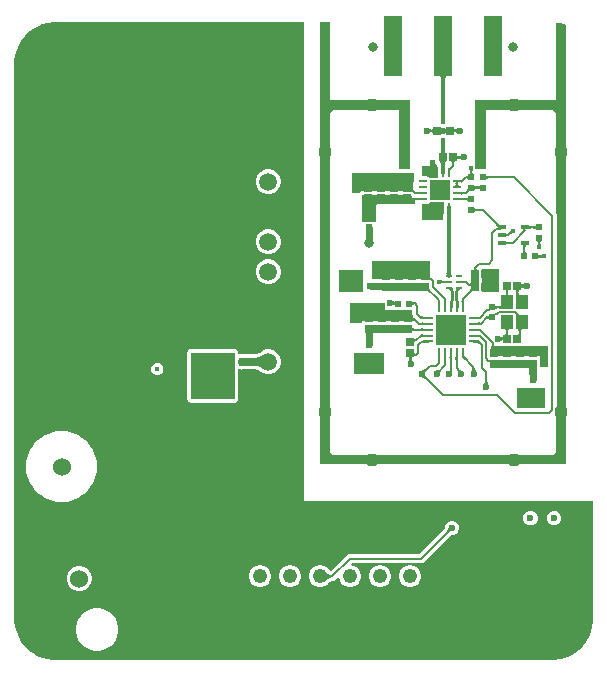
<source format=gtl>
G04*
G04 #@! TF.GenerationSoftware,Altium Limited,Altium Designer,22.1.2 (22)*
G04*
G04 Layer_Physical_Order=1*
G04 Layer_Color=255*
%FSLAX25Y25*%
%MOIN*%
G70*
G04*
G04 #@! TF.SameCoordinates,36DEEAF7-B38F-4887-853D-DC1A27ABF5B6*
G04*
G04*
G04 #@! TF.FilePolarity,Positive*
G04*
G01*
G75*
%ADD10C,0.00787*%
%ADD49R,0.05984X0.20000*%
%ADD50R,0.02756X0.03150*%
%ADD51R,0.01181X0.02559*%
%ADD52R,0.10236X0.10236*%
%ADD53R,0.02362X0.02756*%
%ADD54R,0.01575X0.01890*%
%ADD55O,0.03543X0.00984*%
%ADD56O,0.00984X0.03543*%
%ADD57R,0.02677X0.02520*%
%ADD58R,0.02520X0.02677*%
%ADD59R,0.02362X0.02657*%
G04:AMPARAMS|DCode=60|XSize=39.37mil|YSize=31.5mil|CornerRadius=2.36mil|HoleSize=0mil|Usage=FLASHONLY|Rotation=0.000|XOffset=0mil|YOffset=0mil|HoleType=Round|Shape=RoundedRectangle|*
%AMROUNDEDRECTD60*
21,1,0.03937,0.02677,0,0,0.0*
21,1,0.03465,0.03150,0,0,0.0*
1,1,0.00472,0.01732,-0.01339*
1,1,0.00472,-0.01732,-0.01339*
1,1,0.00472,-0.01732,0.01339*
1,1,0.00472,0.01732,0.01339*
%
%ADD60ROUNDEDRECTD60*%
G04:AMPARAMS|DCode=61|XSize=39.37mil|YSize=31.5mil|CornerRadius=2.36mil|HoleSize=0mil|Usage=FLASHONLY|Rotation=270.000|XOffset=0mil|YOffset=0mil|HoleType=Round|Shape=RoundedRectangle|*
%AMROUNDEDRECTD61*
21,1,0.03937,0.02677,0,0,270.0*
21,1,0.03465,0.03150,0,0,270.0*
1,1,0.00472,-0.01339,-0.01732*
1,1,0.00472,-0.01339,0.01732*
1,1,0.00472,0.01339,0.01732*
1,1,0.00472,0.01339,-0.01732*
%
%ADD61ROUNDEDRECTD61*%
%ADD62R,0.01968X0.01968*%
%ADD63R,0.01968X0.01968*%
%ADD64R,0.02165X0.02165*%
%ADD65O,0.00984X0.03150*%
%ADD66O,0.03150X0.00984*%
%ADD67R,0.06693X0.06693*%
%ADD68R,0.02657X0.02362*%
%ADD69R,0.02165X0.02362*%
%ADD70R,0.02736X0.01654*%
%ADD71R,0.02165X0.00984*%
%ADD72R,0.02165X0.02165*%
%ADD73R,0.03937X0.04724*%
%ADD74C,0.01323*%
%ADD75C,0.02756*%
%ADD76C,0.01968*%
%ADD77C,0.00394*%
%ADD78C,0.02362*%
%ADD79C,0.00896*%
%ADD80C,0.01181*%
%ADD81C,0.06000*%
%ADD82C,0.05984*%
%ADD83C,0.04882*%
%ADD84R,0.04882X0.04882*%
%ADD85C,0.23622*%
%ADD86C,0.06024*%
%ADD87R,0.06024X0.06024*%
%ADD88C,0.02362*%
%ADD89C,0.03150*%
%ADD90C,0.01772*%
G36*
X146205Y196618D02*
X146205D01*
X146080Y196605D01*
X145967Y196565D01*
X145868Y196498D01*
X145782Y196405D01*
X145709Y196285D01*
X145650Y196138D01*
X145603Y195964D01*
X145570Y195764D01*
X145550Y195537D01*
X145544Y195283D01*
X144220D01*
X144214Y195537D01*
X144194Y195764D01*
X144161Y195964D01*
X144114Y196138D01*
X144055Y196285D01*
X143982Y196405D01*
X143896Y196498D01*
X143797Y196565D01*
X143684Y196605D01*
X143559Y196618D01*
X143559D01*
X143559Y196618D01*
X146205D01*
X146205Y196618D01*
D02*
G37*
G36*
X149550Y177520D02*
X149464Y177602D01*
X149375Y177676D01*
X149284Y177741D01*
X149190Y177797D01*
X149093Y177845D01*
X148994Y177884D01*
X148892Y177914D01*
X148839Y177925D01*
X148793Y177917D01*
X148689Y177890D01*
X148601Y177854D01*
X148529Y177811D01*
X148473Y177760D01*
X148433Y177701D01*
X148409Y177634D01*
X148401Y177559D01*
Y179134D01*
X148409Y179059D01*
X148433Y178992D01*
X148473Y178933D01*
X148529Y178882D01*
X148601Y178839D01*
X148689Y178803D01*
X148793Y178776D01*
X148839Y178768D01*
X148892Y178779D01*
X148994Y178809D01*
X149093Y178848D01*
X149190Y178896D01*
X149284Y178952D01*
X149375Y179017D01*
X149464Y179091D01*
X149550Y179173D01*
Y177520D01*
D02*
G37*
G36*
X145681Y177559D02*
X145673Y177634D01*
X145650Y177701D01*
X145610Y177760D01*
X145555Y177811D01*
X145484Y177854D01*
X145398Y177890D01*
X145296Y177917D01*
X145177Y177937D01*
X145044Y177949D01*
X144894Y177953D01*
Y178740D01*
X145044Y178744D01*
X145177Y178756D01*
X145296Y178776D01*
X145398Y178803D01*
X145484Y178839D01*
X145555Y178882D01*
X145610Y178933D01*
X145650Y178992D01*
X145673Y179059D01*
X145681Y179134D01*
Y177559D01*
D02*
G37*
G36*
X144079Y179059D02*
X144103Y178992D01*
X144142Y178933D01*
X144198Y178882D01*
X144270Y178839D01*
X144358Y178803D01*
X144462Y178776D01*
X144582Y178756D01*
X144718Y178744D01*
X144870Y178740D01*
Y177953D01*
X144718Y177949D01*
X144582Y177937D01*
X144462Y177917D01*
X144358Y177890D01*
X144270Y177854D01*
X144198Y177811D01*
X144142Y177760D01*
X144103Y177701D01*
X144079Y177634D01*
X144070Y177559D01*
Y179134D01*
X144079Y179059D01*
D02*
G37*
G36*
X140300Y179091D02*
X140389Y179017D01*
X140480Y178952D01*
X140574Y178896D01*
X140671Y178848D01*
X140770Y178809D01*
X140871Y178779D01*
X140922Y178769D01*
X140965Y178776D01*
X141067Y178803D01*
X141154Y178839D01*
X141225Y178882D01*
X141280Y178933D01*
X141319Y178992D01*
X141343Y179059D01*
X141351Y179134D01*
Y177559D01*
X141343Y177634D01*
X141319Y177701D01*
X141280Y177760D01*
X141225Y177811D01*
X141154Y177854D01*
X141067Y177890D01*
X140965Y177917D01*
X140922Y177924D01*
X140871Y177914D01*
X140770Y177884D01*
X140671Y177845D01*
X140574Y177797D01*
X140480Y177741D01*
X140389Y177676D01*
X140300Y177602D01*
X140214Y177520D01*
Y179173D01*
X140300Y179091D01*
D02*
G37*
G36*
X145812D02*
X145900Y179017D01*
X145992Y178952D01*
X146086Y178896D01*
X146182Y178848D01*
X146282Y178809D01*
X146383Y178779D01*
X146488Y178758D01*
X146595Y178744D01*
X146704Y178740D01*
Y177953D01*
X146595Y177948D01*
X146488Y177935D01*
X146383Y177914D01*
X146282Y177884D01*
X146182Y177845D01*
X146086Y177797D01*
X145992Y177741D01*
X145900Y177676D01*
X145812Y177602D01*
X145725Y177520D01*
Y179173D01*
X145812Y179091D01*
D02*
G37*
G36*
X144038Y177520D02*
X143952Y177602D01*
X143863Y177676D01*
X143772Y177741D01*
X143678Y177797D01*
X143581Y177845D01*
X143482Y177884D01*
X143380Y177914D01*
X143276Y177935D01*
X143169Y177948D01*
X143060Y177953D01*
Y178740D01*
X143169Y178744D01*
X143276Y178758D01*
X143380Y178779D01*
X143482Y178809D01*
X143581Y178848D01*
X143678Y178896D01*
X143772Y178952D01*
X143863Y179017D01*
X143952Y179091D01*
X144038Y179173D01*
Y177520D01*
D02*
G37*
G36*
X145550Y171808D02*
X145568Y171583D01*
X145598Y171385D01*
X145641Y171212D01*
X145695Y171067D01*
X145762Y170948D01*
X145841Y170855D01*
X145931Y170789D01*
X146034Y170749D01*
X146149Y170736D01*
X143559Y170724D01*
X143684Y170738D01*
X143797Y170778D01*
X143896Y170845D01*
X143982Y170939D01*
X144055Y171059D01*
X144114Y171206D01*
X144161Y171380D01*
X144194Y171580D01*
X144214Y171806D01*
X144220Y172059D01*
X145544D01*
X145550Y171808D01*
D02*
G37*
G36*
X151027Y168661D02*
X150940Y168744D01*
X150852Y168817D01*
X150760Y168882D01*
X150666Y168939D01*
X150570Y168986D01*
X150470Y169025D01*
X150369Y169055D01*
X150264Y169077D01*
X150195Y169086D01*
X150118Y169079D01*
X150000Y169059D01*
X149898Y169032D01*
X149811Y168996D01*
X149740Y168953D01*
X149685Y168902D01*
X149645Y168842D01*
X149622Y168776D01*
X149614Y168701D01*
Y170276D01*
X149622Y170201D01*
X149645Y170134D01*
X149685Y170075D01*
X149740Y170024D01*
X149811Y169980D01*
X149898Y169945D01*
X150000Y169917D01*
X150118Y169898D01*
X150195Y169891D01*
X150264Y169899D01*
X150369Y169921D01*
X150470Y169951D01*
X150570Y169990D01*
X150666Y170038D01*
X150760Y170094D01*
X150852Y170159D01*
X150940Y170233D01*
X151027Y170315D01*
Y168661D01*
D02*
G37*
G36*
X148902Y168244D02*
X148835Y168220D01*
X148776Y168180D01*
X148724Y168124D01*
X148681Y168052D01*
X148646Y167965D01*
X148618Y167861D01*
X148598Y167741D01*
X148587Y167605D01*
X148583Y167453D01*
X147795D01*
X147791Y167605D01*
X147780Y167741D01*
X147760Y167861D01*
X147732Y167965D01*
X147697Y168052D01*
X147653Y168124D01*
X147602Y168180D01*
X147543Y168220D01*
X147476Y168244D01*
X147402Y168252D01*
X148976D01*
X148902Y168244D01*
D02*
G37*
G36*
X145981Y168238D02*
X145869Y168198D01*
X145769Y168131D01*
X145683Y168037D01*
X145611Y167917D01*
X145551Y167770D01*
X145505Y167597D01*
X145472Y167397D01*
X145452Y167170D01*
X145445Y166917D01*
X144122D01*
X144115Y167168D01*
X144097Y167393D01*
X144065Y167592D01*
X144022Y167764D01*
X143965Y167910D01*
X143897Y168029D01*
X143815Y168121D01*
X143721Y168187D01*
X143615Y168227D01*
X143496Y168240D01*
X146107Y168252D01*
X145981Y168238D01*
D02*
G37*
G36*
X147798Y165844D02*
X147653Y165693D01*
X147421Y165417D01*
X147334Y165293D01*
X147268Y165177D01*
X147221Y165070D01*
X147193Y164972D01*
X147186Y164883D01*
X147198Y164802D01*
X147230Y164730D01*
X146565Y165807D01*
X146590Y165816D01*
X146624Y165836D01*
X146668Y165867D01*
X146781Y165961D01*
X147020Y166183D01*
X147225Y166384D01*
X147798Y165844D01*
D02*
G37*
G36*
X154809Y165265D02*
X154771Y165214D01*
X154737Y165157D01*
X154708Y165095D01*
X154683Y165028D01*
X154662Y164956D01*
X154646Y164880D01*
X154635Y164798D01*
X154629Y164725D01*
X154630Y164701D01*
X154642Y164567D01*
X154661Y164449D01*
X154689Y164346D01*
X154724Y164260D01*
X154768Y164189D01*
X154819Y164134D01*
X154878Y164094D01*
X154945Y164071D01*
X155020Y164063D01*
X153445D01*
X153520Y164071D01*
X153587Y164094D01*
X153646Y164134D01*
X153697Y164189D01*
X153740Y164260D01*
X153776Y164346D01*
X153803Y164449D01*
X153823Y164567D01*
X153835Y164701D01*
X153835Y164725D01*
X153830Y164798D01*
X153818Y164880D01*
X153802Y164956D01*
X153782Y165028D01*
X153757Y165095D01*
X153728Y165157D01*
X153694Y165214D01*
X153655Y165265D01*
X153612Y165312D01*
X154852D01*
X154809Y165265D01*
D02*
G37*
G36*
X142303Y168385D02*
X142299Y168374D01*
X142303Y168330D01*
Y168292D01*
X142292Y168235D01*
X142303Y168180D01*
Y167293D01*
X142305Y167288D01*
X142341Y167223D01*
X142385Y167158D01*
X142434Y167092D01*
X142491Y167026D01*
X142554Y166960D01*
X142421Y166827D01*
Y166339D01*
X142905D01*
Y164272D01*
X143048Y163553D01*
X143078Y163508D01*
Y163189D01*
X143175Y162697D01*
X140396D01*
X140380Y162722D01*
X139826Y163092D01*
X139173Y163222D01*
X137697D01*
Y166732D01*
X140354D01*
Y168602D01*
Y168701D01*
X142303D01*
Y168385D01*
D02*
G37*
G36*
X153174Y162229D02*
X153166Y162294D01*
X153144Y162351D01*
X153107Y162402D01*
X153055Y162446D01*
X152988Y162483D01*
X152906Y162513D01*
X152809Y162537D01*
X152698Y162554D01*
X152571Y162564D01*
X152430Y162568D01*
Y163355D01*
X152571Y163358D01*
X152698Y163368D01*
X152809Y163385D01*
X152906Y163409D01*
X152988Y163440D01*
X153055Y163477D01*
X153107Y163521D01*
X153144Y163571D01*
X153166Y163629D01*
X153174Y163693D01*
Y162229D01*
D02*
G37*
G36*
X159236Y163606D02*
X159260Y163539D01*
X159300Y163480D01*
X159356Y163429D01*
X159428Y163386D01*
X159516Y163350D01*
X159620Y163323D01*
X159740Y163303D01*
X159876Y163291D01*
X160027Y163287D01*
Y162500D01*
X159876Y162496D01*
X159740Y162484D01*
X159620Y162465D01*
X159516Y162437D01*
X159428Y162402D01*
X159356Y162358D01*
X159300Y162307D01*
X159260Y162248D01*
X159236Y162181D01*
X159228Y162106D01*
Y163681D01*
X159236Y163606D01*
D02*
G37*
G36*
X151899Y161874D02*
X151623Y161600D01*
X150841Y160909D01*
X150805Y160906D01*
X150809Y160949D01*
X150853Y161037D01*
X150937Y161170D01*
X150360Y161993D01*
X150411Y161941D01*
X150473Y161910D01*
X150548Y161903D01*
X150634Y161918D01*
X150731Y161956D01*
X150841Y162016D01*
X150962Y162099D01*
X151095Y162205D01*
X151239Y162333D01*
X151396Y162484D01*
X151899Y161874D01*
D02*
G37*
G36*
X150221Y161030D02*
X150154Y161006D01*
X150094Y160966D01*
X150043Y160910D01*
X150000Y160838D01*
X149965Y160750D01*
X149937Y160646D01*
X149918Y160531D01*
X149937Y160416D01*
X149965Y160313D01*
X150000Y160225D01*
X150043Y160153D01*
X150094Y160097D01*
X150154Y160057D01*
X150221Y160033D01*
X150295Y160025D01*
X148721D01*
X148795Y160033D01*
X148862Y160057D01*
X148921Y160097D01*
X148972Y160153D01*
X149016Y160225D01*
X149051Y160313D01*
X149079Y160416D01*
X149098Y160531D01*
X149079Y160646D01*
X149051Y160750D01*
X149016Y160838D01*
X148972Y160910D01*
X148921Y160966D01*
X148862Y161006D01*
X148795Y161030D01*
X148721Y161038D01*
X150295D01*
X150221Y161030D01*
D02*
G37*
G36*
X157111Y158661D02*
X157103Y158736D01*
X157079Y158803D01*
X157039Y158862D01*
X156983Y158913D01*
X156911Y158957D01*
X156823Y158992D01*
X156719Y159020D01*
X156599Y159039D01*
X156463Y159051D01*
X156311Y159055D01*
Y159843D01*
X156463Y159846D01*
X156599Y159858D01*
X156719Y159878D01*
X156823Y159906D01*
X156911Y159941D01*
X156983Y159984D01*
X157039Y160035D01*
X157079Y160094D01*
X157103Y160161D01*
X157111Y160236D01*
Y158661D01*
D02*
G37*
G36*
X155299Y160161D02*
X155323Y160094D01*
X155363Y160035D01*
X155419Y159984D01*
X155491Y159941D01*
X155579Y159906D01*
X155683Y159878D01*
X155803Y159858D01*
X155938Y159846D01*
X156090Y159843D01*
Y159055D01*
X155938Y159051D01*
X155803Y159039D01*
X155683Y159020D01*
X155579Y158992D01*
X155491Y158957D01*
X155419Y158913D01*
X155363Y158862D01*
X155323Y158803D01*
X155299Y158736D01*
X155291Y158661D01*
Y160236D01*
X155299Y160161D01*
D02*
G37*
G36*
X154275Y158390D02*
X154215Y158433D01*
X154144Y158455D01*
X154060Y158453D01*
X153966Y158430D01*
X153861Y158384D01*
X153744Y158316D01*
X153615Y158226D01*
X153475Y158113D01*
X153162Y157821D01*
X152605Y158378D01*
X152762Y158541D01*
X153009Y158832D01*
X153100Y158960D01*
X153168Y159077D01*
X153213Y159183D01*
X153237Y159277D01*
X153238Y159360D01*
X153217Y159432D01*
X153174Y159492D01*
X154275Y158390D01*
D02*
G37*
G36*
X135039Y161417D02*
X134941D01*
X134993Y161365D01*
Y158465D01*
X134722D01*
Y158071D01*
X134220Y158083D01*
X134215Y158465D01*
X117539D01*
Y158059D01*
X117256Y158002D01*
X116916Y157776D01*
X114370D01*
Y164272D01*
X135039D01*
Y161417D01*
D02*
G37*
G36*
X150802Y158020D02*
X150841Y158010D01*
X150893Y158001D01*
X151040Y157987D01*
X151366Y157975D01*
X151653Y157972D01*
Y157185D01*
X151503Y157184D01*
X150802Y157138D01*
X150778Y157126D01*
Y158031D01*
X150802Y158020D01*
D02*
G37*
G36*
X136820Y157126D02*
X136796Y157138D01*
X136758Y157148D01*
X136705Y157156D01*
X136558Y157170D01*
X136232Y157183D01*
X135945Y157185D01*
Y157972D01*
X136096Y157973D01*
X136796Y158020D01*
X136820Y158031D01*
Y157126D01*
D02*
G37*
G36*
X150813Y156044D02*
X150861Y156028D01*
X150922Y156013D01*
X150996Y156001D01*
X151182Y155982D01*
X151420Y155970D01*
X151709Y155966D01*
X151597Y155179D01*
X150778Y155158D01*
Y156062D01*
X150813Y156044D01*
D02*
G37*
G36*
X136820Y155158D02*
X136796Y155169D01*
X136758Y155179D01*
X136705Y155188D01*
X136558Y155202D01*
X136232Y155214D01*
X135945Y155217D01*
Y156004D01*
X136096Y156005D01*
X136796Y156051D01*
X136820Y156062D01*
Y155158D01*
D02*
G37*
G36*
X153174Y154785D02*
X153166Y154860D01*
X153142Y154927D01*
X153102Y154986D01*
X153046Y155037D01*
X152974Y155080D01*
X152886Y155116D01*
X152782Y155143D01*
X152662Y155163D01*
X152526Y155175D01*
X152374Y155179D01*
Y155966D01*
X152526Y155970D01*
X152662Y155982D01*
X152782Y156002D01*
X152886Y156029D01*
X152974Y156065D01*
X153046Y156108D01*
X153102Y156159D01*
X153142Y156218D01*
X153166Y156285D01*
X153174Y156360D01*
Y154785D01*
D02*
G37*
G36*
X155299Y152681D02*
X155323Y152614D01*
X155363Y152555D01*
X155419Y152504D01*
X155491Y152461D01*
X155579Y152425D01*
X155683Y152398D01*
X155803Y152378D01*
X155938Y152366D01*
X156090Y152362D01*
Y151575D01*
X155938Y151571D01*
X155803Y151559D01*
X155683Y151539D01*
X155579Y151512D01*
X155491Y151476D01*
X155419Y151433D01*
X155363Y151382D01*
X155323Y151323D01*
X155299Y151256D01*
X155291Y151181D01*
Y152756D01*
X155299Y152681D01*
D02*
G37*
G36*
X145176Y154590D02*
X145046Y153937D01*
Y153618D01*
X145016Y153573D01*
X144873Y152854D01*
Y151477D01*
X145130Y151426D01*
X145132Y151421D01*
X145133Y151405D01*
X145136Y151339D01*
X145140Y150864D01*
X144873D01*
Y150562D01*
X144949Y150511D01*
X144886Y150444D01*
X144873Y150429D01*
Y148721D01*
X137795D01*
Y153904D01*
X139173D01*
X139826Y154034D01*
X140380Y154404D01*
X140528Y154626D01*
X145200D01*
X145176Y154590D01*
D02*
G37*
G36*
X133839Y156859D02*
X134056D01*
X134472Y156443D01*
X134472Y156443D01*
X134993Y156095D01*
X135531Y155988D01*
Y153937D01*
X122736D01*
X122539Y153740D01*
Y148031D01*
X117717D01*
X117618Y148130D01*
X117717Y148228D01*
Y156862D01*
X117726Y156868D01*
X117774Y156878D01*
X117804Y156890D01*
X133684D01*
X133839Y156859D01*
D02*
G37*
G36*
X163188Y147376D02*
X163479Y147128D01*
X163608Y147038D01*
X163725Y146970D01*
X163830Y146924D01*
X163925Y146901D01*
X164008Y146900D01*
X164079Y146921D01*
X164139Y146964D01*
X163038Y145863D01*
X163081Y145923D01*
X163102Y145994D01*
X163101Y146077D01*
X163077Y146172D01*
X163032Y146277D01*
X162964Y146394D01*
X162873Y146523D01*
X162761Y146662D01*
X162469Y146976D01*
X163026Y147533D01*
X163188Y147376D01*
D02*
G37*
G36*
X175811Y145374D02*
X175803Y145449D01*
X175779Y145516D01*
X175740Y145575D01*
X175683Y145626D01*
X175612Y145669D01*
X175524Y145705D01*
X175420Y145732D01*
X175300Y145752D01*
X175164Y145764D01*
X175012Y145768D01*
Y146555D01*
X175164Y146559D01*
X175300Y146571D01*
X175420Y146591D01*
X175524Y146618D01*
X175612Y146654D01*
X175683Y146697D01*
X175740Y146748D01*
X175779Y146807D01*
X175803Y146874D01*
X175811Y146949D01*
Y145374D01*
D02*
G37*
G36*
X173388Y146874D02*
X173412Y146807D01*
X173451Y146748D01*
X173507Y146697D01*
X173579Y146654D01*
X173667Y146618D01*
X173771Y146591D01*
X173891Y146571D01*
X174027Y146559D01*
X174179Y146555D01*
Y145768D01*
X174027Y145764D01*
X173891Y145752D01*
X173771Y145732D01*
X173667Y145705D01*
X173579Y145669D01*
X173507Y145626D01*
X173451Y145575D01*
X173412Y145516D01*
X173388Y145449D01*
X173380Y145374D01*
Y146949D01*
X173388Y146874D01*
D02*
G37*
G36*
X172400Y145342D02*
X172388Y145328D01*
X172377Y145305D01*
X172368Y145272D01*
X172360Y145230D01*
X172354Y145179D01*
X172345Y145049D01*
X172343Y144882D01*
X171555D01*
X171554Y144970D01*
X171537Y145230D01*
X171529Y145272D01*
X171520Y145305D01*
X171510Y145328D01*
X171498Y145342D01*
X171484Y145347D01*
X172414D01*
X172400Y145342D01*
D02*
G37*
G36*
X168101Y144193D02*
X168038Y144190D01*
X167974Y144181D01*
X167910Y144165D01*
X167845Y144142D01*
X167780Y144112D01*
X167715Y144076D01*
X167650Y144033D01*
X167584Y143983D01*
X167518Y143927D01*
X167452Y143863D01*
X166895Y144420D01*
X166958Y144487D01*
X167015Y144553D01*
X167064Y144618D01*
X167107Y144684D01*
X167144Y144749D01*
X167173Y144814D01*
X167196Y144878D01*
X167212Y144942D01*
X167222Y145006D01*
X167225Y145070D01*
X168101Y144193D01*
D02*
G37*
G36*
X165734Y144315D02*
X165758Y144248D01*
X165798Y144189D01*
X165854Y144138D01*
X165926Y144095D01*
X166014Y144059D01*
X166118Y144032D01*
X166238Y144012D01*
X166374Y144000D01*
X166525Y143996D01*
Y143209D01*
X166374Y143205D01*
X166238Y143193D01*
X166118Y143173D01*
X166014Y143146D01*
X165926Y143110D01*
X165854Y143067D01*
X165798Y143016D01*
X165758Y142957D01*
X165734Y142890D01*
X165726Y142815D01*
Y144390D01*
X165734Y144315D01*
D02*
G37*
G36*
X177632Y141551D02*
X177565Y141527D01*
X177506Y141488D01*
X177455Y141431D01*
X177411Y141360D01*
X177376Y141272D01*
X177348Y141168D01*
X177329Y141048D01*
X177317Y140912D01*
X177317Y140905D01*
X177323Y140835D01*
X177334Y140753D01*
X177351Y140678D01*
X177373Y140607D01*
X177399Y140541D01*
X177430Y140481D01*
X177466Y140426D01*
X177507Y140376D01*
X177552Y140331D01*
X176314Y140262D01*
X176354Y140311D01*
X176390Y140365D01*
X176422Y140423D01*
X176450Y140486D01*
X176473Y140554D01*
X176492Y140626D01*
X176507Y140703D01*
X176517Y140786D01*
X176523Y140864D01*
X176522Y140912D01*
X176510Y141048D01*
X176490Y141168D01*
X176463Y141272D01*
X176427Y141360D01*
X176384Y141431D01*
X176333Y141488D01*
X176274Y141527D01*
X176207Y141551D01*
X176132Y141559D01*
X177707D01*
X177632Y141551D01*
D02*
G37*
G36*
X165734Y141756D02*
X165758Y141689D01*
X165798Y141630D01*
X165854Y141579D01*
X165926Y141535D01*
X166014Y141500D01*
X166118Y141472D01*
X166238Y141453D01*
X166374Y141441D01*
X166525Y141437D01*
Y140650D01*
X166374Y140646D01*
X166238Y140634D01*
X166118Y140614D01*
X166014Y140587D01*
X165926Y140551D01*
X165854Y140508D01*
X165798Y140457D01*
X165758Y140398D01*
X165734Y140331D01*
X165726Y140256D01*
Y141831D01*
X165734Y141756D01*
D02*
G37*
G36*
X172661Y140221D02*
X172594Y140197D01*
X172535Y140158D01*
X172484Y140103D01*
X172441Y140032D01*
X172406Y139945D01*
X172378Y139843D01*
X172358Y139725D01*
X172346Y139591D01*
X172343Y139441D01*
X171555D01*
X171551Y139591D01*
X171539Y139725D01*
X171520Y139843D01*
X171492Y139945D01*
X171457Y140032D01*
X171413Y140103D01*
X171362Y140158D01*
X171303Y140197D01*
X171236Y140221D01*
X171161Y140228D01*
X172736D01*
X172661Y140221D01*
D02*
G37*
G36*
X172346Y138222D02*
X172358Y138086D01*
X172378Y137966D01*
X172406Y137862D01*
X172441Y137774D01*
X172484Y137702D01*
X172535Y137646D01*
X172594Y137606D01*
X172661Y137582D01*
X172736Y137574D01*
X171161D01*
X171236Y137582D01*
X171303Y137606D01*
X171362Y137646D01*
X171413Y137702D01*
X171457Y137774D01*
X171492Y137862D01*
X171520Y137966D01*
X171539Y138086D01*
X171551Y138222D01*
X171555Y138374D01*
X172343D01*
X172346Y138222D01*
D02*
G37*
G36*
X176559Y137278D02*
X176583Y137211D01*
X176623Y137152D01*
X176679Y137100D01*
X176751Y137057D01*
X176839Y137022D01*
X176943Y136994D01*
X177062Y136974D01*
X177198Y136963D01*
X177273Y136961D01*
X177287Y136961D01*
X177374Y136968D01*
X177455Y136980D01*
X177531Y136997D01*
X177602Y137019D01*
X177667Y137045D01*
X177728Y137076D01*
X177783Y137112D01*
X177833Y137153D01*
X177877Y137198D01*
X177946Y135960D01*
X177897Y136000D01*
X177844Y136036D01*
X177786Y136068D01*
X177723Y136095D01*
X177655Y136118D01*
X177583Y136137D01*
X177505Y136152D01*
X177423Y136163D01*
X177336Y136169D01*
X177301Y136170D01*
X177198Y136167D01*
X177062Y136155D01*
X176943Y136136D01*
X176839Y136108D01*
X176751Y136073D01*
X176679Y136030D01*
X176623Y135978D01*
X176583Y135919D01*
X176559Y135852D01*
X176551Y135778D01*
Y137352D01*
X176559Y137278D01*
D02*
G37*
G36*
X163583Y124803D02*
X162992D01*
Y124508D01*
X157973D01*
Y127570D01*
X157984Y127626D01*
X157974Y127673D01*
X157980Y127720D01*
X157973Y127746D01*
Y128169D01*
Y129242D01*
X157980Y129268D01*
X157974Y129316D01*
X157984Y129362D01*
X157973Y129418D01*
Y132253D01*
X160039D01*
X160039Y132253D01*
X160195Y132283D01*
X163583D01*
Y124803D01*
D02*
G37*
G36*
X156008Y132494D02*
X156020Y132358D01*
X156039Y132238D01*
X156067Y132134D01*
X156102Y132046D01*
X156146Y131974D01*
X156197Y131918D01*
X156256Y131878D01*
X156323Y131854D01*
X156398Y131846D01*
X154823D01*
X154898Y131854D01*
X154965Y131878D01*
X155024Y131918D01*
X155075Y131974D01*
X155118Y132046D01*
X155154Y132134D01*
X155181Y132238D01*
X155201Y132358D01*
X155213Y132494D01*
X155217Y132645D01*
X156004D01*
X156008Y132494D01*
D02*
G37*
G36*
X147418Y131572D02*
X147450Y131148D01*
X147479Y130976D01*
X147516Y130831D01*
X147561Y130712D01*
X147614Y130619D01*
X147675Y130553D01*
X147745Y130513D01*
X147823Y130500D01*
X145681D01*
X145759Y130513D01*
X145828Y130553D01*
X145890Y130619D01*
X145943Y130712D01*
X145988Y130831D01*
X146025Y130976D01*
X146054Y131148D01*
X146074Y131347D01*
X146090Y131823D01*
X147414D01*
X147418Y131572D01*
D02*
G37*
G36*
X140551Y129344D02*
X140628Y129340D01*
X140726Y129339D01*
Y128551D01*
X140224Y128563D01*
X140219Y128945D01*
X137785D01*
X137729Y128956D01*
X137682Y128947D01*
X137634Y128952D01*
X137608Y128945D01*
X136535D01*
Y128945D01*
X135926D01*
X135906Y128951D01*
X135850Y128945D01*
X135795Y128956D01*
X135739Y128945D01*
X133355D01*
X133299Y128956D01*
X133253Y128947D01*
X133205Y128952D01*
X133179Y128945D01*
X131585D01*
X131559Y128952D01*
X131511Y128947D01*
X131464Y128956D01*
X131408Y128945D01*
X129025D01*
X128969Y128956D01*
X128922Y128947D01*
X128875Y128952D01*
X128848Y128945D01*
X127776D01*
Y128945D01*
X127254D01*
X127228Y128952D01*
X127180Y128947D01*
X127134Y128956D01*
X127078Y128945D01*
X124694D01*
X124638Y128956D01*
X124616Y128952D01*
X124594Y128955D01*
X124312Y128945D01*
X123445D01*
Y128913D01*
X122886Y128893D01*
X121063D01*
Y135039D01*
X140551D01*
Y129344D01*
D02*
G37*
G36*
X133299Y127614D02*
X133827Y127606D01*
Y125244D01*
X133378Y125242D01*
X133299Y125238D01*
Y125099D01*
X133276Y125126D01*
X133205Y125151D01*
X133087Y125173D01*
X132922Y125192D01*
X132736Y125203D01*
X131488Y125126D01*
X131464Y125099D01*
Y125236D01*
X130937Y125244D01*
Y127606D01*
X131386Y127608D01*
X131464Y127612D01*
Y127752D01*
X131488Y127724D01*
X131559Y127699D01*
X131677Y127678D01*
X131842Y127659D01*
X132028Y127647D01*
X133276Y127724D01*
X133299Y127752D01*
Y127614D01*
D02*
G37*
G36*
X128969Y127614D02*
X129496Y127606D01*
Y125244D01*
X129047Y125242D01*
X128969Y125238D01*
Y125099D01*
X128945Y125126D01*
X128874Y125151D01*
X128756Y125173D01*
X128591Y125192D01*
X128405Y125203D01*
X127157Y125126D01*
X127134Y125099D01*
Y125236D01*
X126607Y125244D01*
Y127606D01*
X127055Y127608D01*
X127134Y127612D01*
Y127752D01*
X127157Y127724D01*
X127228Y127699D01*
X127346Y127678D01*
X127512Y127658D01*
X127697Y127647D01*
X128945Y127724D01*
X128969Y127752D01*
Y127614D01*
D02*
G37*
G36*
X137729Y127612D02*
X138091Y127606D01*
Y125244D01*
X137729Y125243D01*
Y125099D01*
X137705Y125126D01*
X137634Y125151D01*
X137516Y125173D01*
X137351Y125192D01*
X137097Y125207D01*
X135818Y125126D01*
X135795Y125099D01*
Y125237D01*
X135366Y125244D01*
Y127606D01*
X135795Y127608D01*
Y127752D01*
X135818Y127724D01*
X135887Y127699D01*
X136002Y127678D01*
X136162Y127659D01*
X136399Y127644D01*
X137705Y127724D01*
X137729Y127752D01*
Y127612D01*
D02*
G37*
G36*
X151177Y128515D02*
X151201Y128500D01*
X151240Y128487D01*
X151295Y128476D01*
X151366Y128466D01*
X151555Y128453D01*
X151956Y128445D01*
Y127657D01*
X151807Y127657D01*
X151295Y127626D01*
X151240Y127615D01*
X151201Y127602D01*
X151177Y127587D01*
X151169Y127571D01*
Y128531D01*
X151177Y128515D01*
D02*
G37*
G36*
X144282Y128628D02*
X144334Y128590D01*
X144390Y128556D01*
X144452Y128526D01*
X144519Y128501D01*
X144591Y128481D01*
X144667Y128465D01*
X144749Y128454D01*
X144836Y128447D01*
X144921Y128445D01*
X145044Y128446D01*
X145555Y128476D01*
X145610Y128487D01*
X145650Y128500D01*
X145673Y128515D01*
X145681Y128531D01*
Y127571D01*
X145673Y127587D01*
X145650Y127602D01*
X145610Y127615D01*
X145555Y127626D01*
X145484Y127636D01*
X145296Y127650D01*
X144913Y127657D01*
X144836Y127655D01*
X144749Y127648D01*
X144667Y127637D01*
X144591Y127621D01*
X144519Y127601D01*
X144452Y127576D01*
X144390Y127547D01*
X144334Y127513D01*
X144282Y127474D01*
X144235Y127431D01*
Y128671D01*
X144282Y128628D01*
D02*
G37*
G36*
X171893Y125945D02*
X171807Y126027D01*
X171718Y126101D01*
X171626Y126166D01*
X171532Y126222D01*
X171436Y126270D01*
X171337Y126309D01*
X171284Y126324D01*
X171248Y126315D01*
X171160Y126279D01*
X171088Y126236D01*
X171032Y126185D01*
X170992Y126126D01*
X170968Y126059D01*
X170960Y125984D01*
Y126376D01*
X170914Y126378D01*
Y127165D01*
X170960Y127167D01*
Y127559D01*
X170968Y127484D01*
X170992Y127417D01*
X171032Y127358D01*
X171088Y127307D01*
X171160Y127264D01*
X171248Y127228D01*
X171284Y127219D01*
X171337Y127235D01*
X171436Y127274D01*
X171532Y127321D01*
X171626Y127377D01*
X171718Y127443D01*
X171807Y127516D01*
X171893Y127598D01*
Y125945D01*
D02*
G37*
G36*
X156635Y129539D02*
X156646Y129362D01*
X156779D01*
X156752Y129339D01*
X156727Y129268D01*
X156705Y129150D01*
X156686Y128984D01*
X156678Y128848D01*
X156752Y127649D01*
X156779Y127626D01*
X156643D01*
X156634Y127000D01*
X154272D01*
X154270Y127449D01*
X154259Y127626D01*
X154126D01*
X154154Y127649D01*
X154179Y127720D01*
X154200Y127838D01*
X154219Y128004D01*
X154228Y128140D01*
X154154Y129339D01*
X154126Y129362D01*
X154262D01*
X154272Y129988D01*
X156634D01*
X156635Y129539D01*
D02*
G37*
G36*
X154138Y126287D02*
X154130Y126351D01*
X154108Y126408D01*
X154070Y126458D01*
X154018Y126502D01*
X153951Y126539D01*
X153870Y126569D01*
X153774Y126592D01*
X153663Y126609D01*
X153537Y126619D01*
X153397Y126623D01*
Y127410D01*
X153536Y127412D01*
X153769Y127429D01*
X153864Y127445D01*
X153944Y127464D01*
X154009Y127488D01*
X154061Y127516D01*
X154097Y127548D01*
X154119Y127585D01*
X154126Y127626D01*
X154138Y126287D01*
D02*
G37*
G36*
X155318Y125142D02*
X155255Y125182D01*
X155181Y125200D01*
X155096Y125197D01*
X155000Y125172D01*
X154894Y125126D01*
X154778Y125059D01*
X154650Y124970D01*
X154512Y124859D01*
X154205Y124573D01*
X153569Y125051D01*
X153730Y125217D01*
X153982Y125513D01*
X154074Y125643D01*
X154142Y125760D01*
X154187Y125865D01*
X154210Y125959D01*
X154209Y126040D01*
X154185Y126108D01*
X154138Y126165D01*
X155318Y125142D01*
D02*
G37*
G36*
X124638Y125099D02*
X124614Y125137D01*
X124543Y125172D01*
X124425Y125203D01*
X124260Y125229D01*
X124047Y125252D01*
X123126Y125295D01*
X122276Y125303D01*
Y127665D01*
X124638Y127752D01*
Y125099D01*
D02*
G37*
G36*
X170358Y125528D02*
X170291Y125504D01*
X170232Y125464D01*
X170181Y125408D01*
X170138Y125336D01*
X170102Y125248D01*
X170075Y125144D01*
X170055Y125024D01*
X170043Y124888D01*
X170039Y124736D01*
X169252D01*
X169248Y124888D01*
X169236Y125024D01*
X169217Y125144D01*
X169189Y125248D01*
X169154Y125336D01*
X169110Y125408D01*
X169059Y125464D01*
X169000Y125504D01*
X168933Y125528D01*
X168858Y125536D01*
X170433D01*
X170358Y125528D01*
D02*
G37*
G36*
X166894D02*
X166827Y125504D01*
X166768Y125464D01*
X166717Y125408D01*
X166673Y125336D01*
X166638Y125248D01*
X166610Y125144D01*
X166591Y125024D01*
X166579Y124888D01*
X166575Y124736D01*
X165787D01*
X165784Y124888D01*
X165772Y125024D01*
X165752Y125144D01*
X165724Y125248D01*
X165689Y125336D01*
X165646Y125408D01*
X165594Y125464D01*
X165535Y125504D01*
X165469Y125528D01*
X165394Y125536D01*
X166969D01*
X166894Y125528D01*
D02*
G37*
G36*
X118307Y124606D02*
X110236D01*
Y131890D01*
X118307D01*
Y124606D01*
D02*
G37*
G36*
X140169Y126152D02*
X140148Y126080D01*
X140149Y125997D01*
X140173Y125903D01*
X140218Y125797D01*
X140286Y125680D01*
X140376Y125552D01*
X140489Y125412D01*
X140781Y125099D01*
X140224Y124542D01*
X140062Y124699D01*
X139771Y124946D01*
X139642Y125037D01*
X139525Y125104D01*
X139420Y125150D01*
X139325Y125174D01*
X139242Y125175D01*
X139171Y125154D01*
X139111Y125110D01*
X140212Y126212D01*
X140169Y126152D01*
D02*
G37*
G36*
X170043Y124246D02*
X170055Y124111D01*
X170075Y123992D01*
X170102Y123888D01*
X170138Y123800D01*
X170181Y123728D01*
X170232Y123672D01*
X170291Y123631D01*
X170358Y123607D01*
X170433Y123598D01*
X169303Y123610D01*
X169294Y123618D01*
X169285Y123642D01*
X169277Y123681D01*
X169271Y123736D01*
X169260Y123893D01*
X169252Y124397D01*
X170039D01*
X170043Y124246D01*
D02*
G37*
G36*
X166579Y124246D02*
X166591Y124110D01*
X166610Y123990D01*
X166638Y123886D01*
X166673Y123798D01*
X166717Y123726D01*
X166768Y123670D01*
X166827Y123630D01*
X166894Y123606D01*
X166969Y123598D01*
X165394D01*
X165469Y123606D01*
X165535Y123630D01*
X165594Y123670D01*
X165646Y123726D01*
X165689Y123798D01*
X165724Y123886D01*
X165752Y123990D01*
X165772Y124110D01*
X165784Y124246D01*
X165787Y124397D01*
X166575D01*
X166579Y124246D01*
D02*
G37*
G36*
X151809Y122069D02*
X151830Y121250D01*
X150926D01*
X150944Y121286D01*
X150960Y121334D01*
X150975Y121395D01*
X150987Y121468D01*
X151006Y121655D01*
X151018Y121892D01*
X151022Y122182D01*
X151809Y122069D01*
D02*
G37*
G36*
X145867Y121975D02*
X145914Y121275D01*
X145925Y121250D01*
X145020D01*
X145031Y121275D01*
X145041Y121313D01*
X145050Y121366D01*
X145064Y121513D01*
X145076Y121838D01*
X145079Y122125D01*
X145866D01*
X145867Y121975D01*
D02*
G37*
G36*
X134543Y121579D02*
X134567Y121512D01*
X134606Y121453D01*
X134661Y121402D01*
X134732Y121358D01*
X134819Y121323D01*
X134921Y121295D01*
X135039Y121276D01*
X135173Y121264D01*
X135323Y121260D01*
Y120472D01*
X135173Y120468D01*
X135039Y120457D01*
X134921Y120437D01*
X134819Y120409D01*
X134732Y120374D01*
X134661Y120331D01*
X134606Y120280D01*
X134567Y120220D01*
X134543Y120153D01*
X134535Y120079D01*
Y121653D01*
X134543Y121579D01*
D02*
G37*
G36*
X128251Y121631D02*
X128332Y121553D01*
X128418Y121484D01*
X128506Y121425D01*
X128599Y121374D01*
X128649Y121353D01*
X128663Y121358D01*
X128735Y121402D01*
X128791Y121453D01*
X128831Y121512D01*
X128855Y121579D01*
X128863Y121653D01*
Y121286D01*
X128898Y121278D01*
X129005Y121264D01*
X129116Y121260D01*
X129046Y120472D01*
X128938Y120468D01*
X128863Y120460D01*
Y120079D01*
X128855Y120153D01*
X128831Y120220D01*
X128791Y120280D01*
X128735Y120331D01*
X128663Y120374D01*
X128599Y120400D01*
X128521Y120372D01*
X128421Y120328D01*
X128322Y120275D01*
X128225Y120215D01*
X128129Y120147D01*
X128035Y120070D01*
X128069Y120472D01*
X128063Y120472D01*
Y121260D01*
X128135Y121262D01*
X128173Y121718D01*
X128251Y121631D01*
D02*
G37*
G36*
X164185Y118910D02*
X164177Y118945D01*
X164154Y118976D01*
X164114Y119004D01*
X164059Y119028D01*
X163988Y119048D01*
X163902Y119065D01*
X163799Y119078D01*
X163548Y119093D01*
X163398Y119095D01*
Y119882D01*
X163549Y119886D01*
X163684Y119898D01*
X163804Y119917D01*
X163908Y119945D01*
X163996Y119980D01*
X164068Y120024D01*
X164124Y120075D01*
X164164Y120134D01*
X164189Y120201D01*
X164197Y120276D01*
X164185Y118910D01*
D02*
G37*
G36*
X162189Y120201D02*
X162213Y120134D01*
X162253Y120075D01*
X162309Y120024D01*
X162381Y119980D01*
X162469Y119945D01*
X162572Y119917D01*
X162692Y119898D01*
X162828Y119886D01*
X162980Y119882D01*
Y119095D01*
X162828Y119091D01*
X162692Y119079D01*
X162572Y119059D01*
X162469Y119032D01*
X162381Y118996D01*
X162309Y118953D01*
X162253Y118902D01*
X162213Y118842D01*
X162189Y118776D01*
X162181Y118701D01*
Y120276D01*
X162189Y120201D01*
D02*
G37*
G36*
X138297Y115591D02*
X138263Y115609D01*
X138217Y115626D01*
X138161Y115640D01*
X138094Y115653D01*
X137927Y115672D01*
X137717Y115683D01*
X137462Y115687D01*
X137478Y116475D01*
X138297Y116496D01*
Y115591D01*
D02*
G37*
G36*
X160063Y115539D02*
X160057Y115579D01*
X160039Y115614D01*
X160008Y115646D01*
X159965Y115673D01*
X159910Y115696D01*
X159842Y115715D01*
X159762Y115729D01*
X159670Y115740D01*
X159566Y115746D01*
X159449Y115748D01*
Y116535D01*
X159566Y116537D01*
X159762Y116554D01*
X159842Y116569D01*
X159910Y116588D01*
X159965Y116611D01*
X160008Y116638D01*
X160039Y116669D01*
X160057Y116705D01*
X160063Y116744D01*
Y115539D01*
D02*
G37*
G36*
X125492Y118799D02*
X131201D01*
Y118504D01*
X134615D01*
Y117323D01*
X134615Y117323D01*
X134717Y116810D01*
X134737Y116708D01*
X134941Y116403D01*
Y115947D01*
X134980Y115941D01*
X135106Y115931D01*
X135247Y115928D01*
Y115140D01*
X135106Y115137D01*
X134980Y115127D01*
X134941Y115121D01*
Y114961D01*
X134560D01*
X134533Y114924D01*
X134511Y114866D01*
X134504Y114802D01*
Y114961D01*
X132076D01*
X132020Y114972D01*
X131973Y114962D01*
X131926Y114968D01*
X131899Y114961D01*
X130306D01*
X130279Y114968D01*
X130232Y114962D01*
X130185Y114972D01*
X130129Y114961D01*
X127745D01*
X127689Y114972D01*
X127642Y114962D01*
X127595Y114968D01*
X127568Y114961D01*
X125975D01*
X125948Y114968D01*
X125901Y114962D01*
X125854Y114972D01*
X125798Y114961D01*
X123415D01*
X123359Y114972D01*
X123312Y114962D01*
X123264Y114968D01*
X123238Y114961D01*
X121644D01*
X121618Y114968D01*
X121570Y114962D01*
X121523Y114972D01*
X121467Y114961D01*
X117835D01*
Y114173D01*
X114075D01*
X113976Y114272D01*
Y118799D01*
Y121063D01*
X125492D01*
Y118799D01*
D02*
G37*
G36*
X127689Y113630D02*
X128216Y113622D01*
Y111260D01*
X127768Y111258D01*
X127689Y111254D01*
Y111114D01*
X127666Y111142D01*
X127595Y111167D01*
X127477Y111189D01*
X127311Y111207D01*
X127126Y111219D01*
X125878Y111142D01*
X125854Y111114D01*
Y111252D01*
X125327Y111260D01*
Y113622D01*
X125776Y113623D01*
X125854Y113628D01*
Y113768D01*
X125878Y113740D01*
X125949Y113715D01*
X126067Y113693D01*
X126232Y113674D01*
X126417Y113663D01*
X127666Y113740D01*
X127689Y113768D01*
Y113630D01*
D02*
G37*
G36*
X132020D02*
X132547Y113622D01*
Y111260D01*
X132098Y111258D01*
X132020Y111254D01*
Y111114D01*
X131996Y111142D01*
X131925Y111167D01*
X131807Y111189D01*
X131642Y111207D01*
X131457Y111219D01*
X130209Y111142D01*
X130185Y111114D01*
Y111252D01*
X129658Y111260D01*
Y113622D01*
X130106Y113623D01*
X130185Y113628D01*
Y113768D01*
X130209Y113740D01*
X130279Y113715D01*
X130397Y113693D01*
X130563Y113674D01*
X130748Y113663D01*
X131996Y113740D01*
X132020Y113768D01*
Y113630D01*
D02*
G37*
G36*
X123359D02*
X123886Y113622D01*
Y111260D01*
X123437Y111258D01*
X123359Y111254D01*
Y111114D01*
X123335Y111142D01*
X123264Y111167D01*
X123146Y111189D01*
X122980Y111207D01*
X122795Y111219D01*
X121547Y111142D01*
X121523Y111114D01*
X121511Y111091D01*
X121499Y111020D01*
X121489Y110902D01*
X121463Y109957D01*
X121457Y108752D01*
X119095D01*
X119028Y111114D01*
X121523D01*
Y111252D01*
X120996Y111260D01*
Y113622D01*
X121445Y113623D01*
X121523Y113628D01*
Y113768D01*
X121547Y113740D01*
X121618Y113715D01*
X121736Y113693D01*
X121901Y113674D01*
X122087Y113663D01*
X123335Y113740D01*
X123359Y113768D01*
Y113630D01*
D02*
G37*
G36*
X156609Y114516D02*
X156645Y114506D01*
X156693Y114497D01*
X156755Y114490D01*
X157012Y114474D01*
X157382Y114469D01*
Y113681D01*
X157246Y113681D01*
X156645Y113644D01*
X156609Y113634D01*
X156585Y113622D01*
Y114527D01*
X156609Y114516D01*
D02*
G37*
G36*
X138297Y113622D02*
X138272Y113634D01*
X138234Y113644D01*
X138181Y113652D01*
X138034Y113666D01*
X137709Y113679D01*
X137422Y113681D01*
Y114469D01*
X137572Y114469D01*
X138272Y114516D01*
X138297Y114527D01*
Y113622D01*
D02*
G37*
G36*
Y111654D02*
X138272Y111665D01*
X138234Y111675D01*
X138181Y111684D01*
X138034Y111698D01*
X137709Y111710D01*
X137422Y111713D01*
Y112500D01*
X137572Y112501D01*
X138272Y112547D01*
X138297Y112559D01*
Y111654D01*
D02*
G37*
G36*
X171146Y112221D02*
X171079Y112197D01*
X171020Y112157D01*
X170968Y112101D01*
X170925Y112029D01*
X170890Y111941D01*
X170862Y111837D01*
X170843Y111717D01*
X170831Y111581D01*
X170827Y111429D01*
X170039D01*
X170035Y111581D01*
X170024Y111717D01*
X170004Y111837D01*
X169976Y111941D01*
X169941Y112029D01*
X169898Y112101D01*
X169846Y112157D01*
X169787Y112197D01*
X169720Y112221D01*
X169646Y112229D01*
X171221D01*
X171146Y112221D01*
D02*
G37*
G36*
X166854D02*
X166787Y112197D01*
X166728Y112157D01*
X166677Y112101D01*
X166634Y112029D01*
X166598Y111941D01*
X166571Y111837D01*
X166551Y111717D01*
X166539Y111581D01*
X166535Y111429D01*
X165748D01*
X165744Y111581D01*
X165732Y111717D01*
X165713Y111837D01*
X165685Y111941D01*
X165650Y112029D01*
X165606Y112101D01*
X165555Y112157D01*
X165496Y112197D01*
X165429Y112221D01*
X165354Y112229D01*
X166929D01*
X166854Y112221D01*
D02*
G37*
G36*
X134512Y112819D02*
X134536Y112752D01*
X134575Y112693D01*
X134632Y112642D01*
X134703Y112598D01*
X134791Y112563D01*
X134895Y112535D01*
X135015Y112516D01*
X135151Y112504D01*
X135303Y112500D01*
Y111713D01*
X135151Y111709D01*
X135015Y111697D01*
X134895Y111677D01*
X134791Y111650D01*
X134703Y111614D01*
X134632Y111571D01*
X134575Y111520D01*
X134536Y111461D01*
X134512Y111394D01*
X134504Y111319D01*
Y112894D01*
X134512Y112819D01*
D02*
G37*
G36*
X170828Y110941D02*
X170863Y110500D01*
X170879Y110429D01*
X170898Y110374D01*
X170920Y110335D01*
X170945Y110311D01*
X170972Y110303D01*
X169646Y110291D01*
X169720Y110300D01*
X169787Y110324D01*
X169846Y110364D01*
X169898Y110421D01*
X169941Y110493D01*
X169976Y110580D01*
X170004Y110684D01*
X170024Y110804D01*
X170035Y110939D01*
X170039Y111090D01*
X170827D01*
X170828Y110941D01*
D02*
G37*
G36*
X166539Y110939D02*
X166551Y110803D01*
X166571Y110683D01*
X166598Y110579D01*
X166634Y110491D01*
X166677Y110419D01*
X166728Y110363D01*
X166787Y110323D01*
X166854Y110299D01*
X166929Y110291D01*
X165354D01*
X165429Y110299D01*
X165496Y110323D01*
X165555Y110363D01*
X165606Y110419D01*
X165650Y110491D01*
X165685Y110579D01*
X165713Y110683D01*
X165732Y110803D01*
X165744Y110939D01*
X165748Y111090D01*
X166535D01*
X166539Y110939D01*
D02*
G37*
G36*
X138297Y109686D02*
X138272Y109697D01*
X138234Y109707D01*
X138181Y109715D01*
X138034Y109729D01*
X137709Y109742D01*
X137422Y109744D01*
Y110531D01*
X137572Y110532D01*
X138272Y110579D01*
X138297Y110590D01*
Y109686D01*
D02*
G37*
G36*
X164217Y109800D02*
X164306Y109726D01*
X164397Y109661D01*
X164491Y109605D01*
X164588Y109557D01*
X164640Y109537D01*
X164667Y109547D01*
X164739Y109591D01*
X164795Y109642D01*
X164834Y109701D01*
X164858Y109768D01*
X164866Y109843D01*
Y109472D01*
X164893Y109466D01*
X165000Y109453D01*
X165110Y109449D01*
Y108661D01*
X165000Y108657D01*
X164893Y108644D01*
X164866Y108639D01*
Y108268D01*
X164858Y108343D01*
X164834Y108409D01*
X164795Y108468D01*
X164739Y108520D01*
X164667Y108563D01*
X164640Y108574D01*
X164588Y108553D01*
X164491Y108505D01*
X164397Y108449D01*
X164306Y108384D01*
X164217Y108311D01*
X164131Y108228D01*
Y108660D01*
X164067Y108661D01*
Y109449D01*
X164131Y109450D01*
Y109882D01*
X164217Y109800D01*
D02*
G37*
G36*
X135211Y109131D02*
X135231Y109105D01*
X135265Y109081D01*
X135312Y109061D01*
X135372Y109044D01*
X135446Y109029D01*
X135533Y109019D01*
X135747Y109006D01*
X135874Y109004D01*
Y108217D01*
X135746Y108214D01*
X135528Y108192D01*
X135439Y108173D01*
X135364Y108148D01*
X135303Y108118D01*
X135255Y108082D01*
X135221Y108040D01*
X135200Y107993D01*
X135193Y107941D01*
X135205Y109161D01*
X135211Y109131D01*
D02*
G37*
G36*
X156907Y108386D02*
X156963Y108352D01*
X157036Y108297D01*
X157129Y108220D01*
X157515Y107859D01*
X157680Y107696D01*
X157108Y107154D01*
X156957Y107300D01*
X156683Y107530D01*
X156560Y107615D01*
X156447Y107679D01*
X156344Y107722D01*
X156250Y107746D01*
X156165Y107748D01*
X156091Y107730D01*
X156026Y107692D01*
X156850Y108357D01*
X156851Y108388D01*
X156870Y108398D01*
X156907Y108386D01*
D02*
G37*
G36*
X135201Y104372D02*
X135224Y104309D01*
X135263Y104254D01*
X135318Y104207D01*
X135387Y104166D01*
X135472Y104133D01*
X135572Y104108D01*
X135688Y104089D01*
X135818Y104078D01*
X135965Y104075D01*
Y103287D01*
X135820Y103285D01*
X135577Y103265D01*
X135478Y103248D01*
X135395Y103226D01*
X135326Y103200D01*
X135273Y103168D01*
X135235Y103131D01*
X135212Y103090D01*
X135205Y103043D01*
X135193Y104441D01*
X135201Y104372D01*
D02*
G37*
G36*
X151824Y103702D02*
X151812Y103621D01*
X151819Y103532D01*
X151847Y103434D01*
X151894Y103327D01*
X151960Y103211D01*
X152047Y103087D01*
X152153Y102953D01*
X152424Y102660D01*
X151851Y102120D01*
X151744Y102226D01*
X151216Y102688D01*
X151191Y102697D01*
X151856Y103774D01*
X151824Y103702D01*
D02*
G37*
G36*
X149851Y102938D02*
X149841Y102899D01*
X149832Y102847D01*
X149818Y102700D01*
X149805Y102374D01*
X149803Y102087D01*
X149016D01*
X149015Y102238D01*
X148968Y102938D01*
X148957Y102962D01*
X149862D01*
X149851Y102938D01*
D02*
G37*
G36*
X147882D02*
X147872Y102899D01*
X147863Y102847D01*
X147849Y102700D01*
X147837Y102374D01*
X147835Y102087D01*
X147047D01*
X147047Y102238D01*
X147000Y102938D01*
X146989Y102962D01*
X147893D01*
X147882Y102938D01*
D02*
G37*
G36*
X145914D02*
X145904Y102899D01*
X145895Y102847D01*
X145881Y102700D01*
X145869Y102374D01*
X145866Y102087D01*
X145079D01*
X145078Y102238D01*
X145031Y102938D01*
X145020Y102962D01*
X145925D01*
X145914Y102938D01*
D02*
G37*
G36*
X143945D02*
X143935Y102899D01*
X143926Y102847D01*
X143912Y102700D01*
X143900Y102374D01*
X143898Y102087D01*
X143110D01*
X143110Y102238D01*
X143063Y102938D01*
X143052Y102962D01*
X143956D01*
X143945Y102938D01*
D02*
G37*
G36*
X173457Y101918D02*
X173984Y101909D01*
Y99547D01*
X173535Y99546D01*
X173457Y99541D01*
Y99402D01*
X175953D01*
X175940Y99378D01*
X175928Y99307D01*
X175918Y99189D01*
X175892Y98244D01*
X175886Y97040D01*
X173524D01*
X173457Y99402D01*
X173433Y99429D01*
X173362Y99454D01*
X173244Y99476D01*
X173079Y99495D01*
X172894Y99506D01*
X171645Y99429D01*
X171622Y99402D01*
Y99539D01*
X171095Y99547D01*
Y101909D01*
X171544Y101911D01*
X171622Y101916D01*
Y102055D01*
X171645Y102027D01*
X171716Y102003D01*
X171835Y101981D01*
X172000Y101962D01*
X172185Y101950D01*
X173433Y102027D01*
X173457Y102055D01*
Y101918D01*
D02*
G37*
G36*
X169126D02*
X169653Y101909D01*
Y99547D01*
X169204Y99546D01*
X169126Y99541D01*
Y99402D01*
X169103Y99429D01*
X169032Y99454D01*
X168914Y99476D01*
X168748Y99495D01*
X168563Y99506D01*
X167315Y99429D01*
X167291Y99402D01*
Y99539D01*
X166764Y99547D01*
Y101909D01*
X167213Y101911D01*
X167291Y101916D01*
Y102055D01*
X167315Y102027D01*
X167386Y102003D01*
X167504Y101981D01*
X167669Y101962D01*
X167854Y101950D01*
X169103Y102027D01*
X169126Y102055D01*
Y101918D01*
D02*
G37*
G36*
X164795D02*
X165323Y101909D01*
Y99547D01*
X164874Y99546D01*
X164795Y99541D01*
Y99402D01*
X164772Y99429D01*
X164701Y99454D01*
X164583Y99476D01*
X164418Y99495D01*
X164232Y99506D01*
X162984Y99429D01*
X162960Y99402D01*
Y99539D01*
X162433Y99547D01*
Y101909D01*
X162882Y101911D01*
X162960Y101916D01*
Y102055D01*
X162984Y102027D01*
X163055Y102003D01*
X163173Y101981D01*
X163338Y101962D01*
X163524Y101950D01*
X164772Y102027D01*
X164795Y102055D01*
Y101918D01*
D02*
G37*
G36*
X134768Y103036D02*
X134701Y103012D01*
X134642Y102973D01*
X134591Y102918D01*
X134547Y102847D01*
X134512Y102760D01*
X134484Y102658D01*
X134465Y102540D01*
X134453Y102408D01*
X134453Y102402D01*
X134466Y102295D01*
X134488Y102190D01*
X134518Y102089D01*
X134557Y101989D01*
X134605Y101893D01*
X134661Y101799D01*
X134726Y101707D01*
X134800Y101619D01*
X134882Y101532D01*
X133228D01*
X133311Y101619D01*
X133384Y101707D01*
X133449Y101799D01*
X133505Y101893D01*
X133553Y101989D01*
X133592Y102089D01*
X133622Y102190D01*
X133644Y102295D01*
X133657Y102402D01*
X133657Y102408D01*
X133646Y102540D01*
X133626Y102658D01*
X133598Y102760D01*
X133563Y102847D01*
X133520Y102918D01*
X133468Y102973D01*
X133409Y103012D01*
X133343Y103036D01*
X133268Y103043D01*
X134843D01*
X134768Y103036D01*
D02*
G37*
G36*
X160465Y102055D02*
X160477Y101172D01*
X160471Y101192D01*
X160456Y101211D01*
X160430Y101227D01*
X160394Y101241D01*
X160348Y101253D01*
X160291Y101262D01*
X160225Y101270D01*
X160061Y101278D01*
X159964Y101279D01*
Y102067D01*
X160465Y102055D01*
D02*
G37*
G36*
X179694Y99508D02*
X177146D01*
Y103248D01*
X173513D01*
X173457Y103259D01*
X173410Y103250D01*
X173363Y103255D01*
X173336Y103248D01*
X171742D01*
X171716Y103255D01*
X171669Y103250D01*
X171622Y103259D01*
X171566Y103248D01*
X169182D01*
X169126Y103259D01*
X169079Y103250D01*
X169032Y103255D01*
X169006Y103248D01*
X167412D01*
X167385Y103255D01*
X167338Y103250D01*
X167291Y103259D01*
X167235Y103248D01*
X164851D01*
X164795Y103259D01*
X164749Y103250D01*
X164701Y103255D01*
X164675Y103248D01*
X163081D01*
X163055Y103255D01*
X163007Y103250D01*
X162960Y103259D01*
X162904Y103248D01*
X161002D01*
X160846Y103279D01*
X160846Y103279D01*
X160759D01*
Y105519D01*
X160728D01*
X160759Y105523D01*
Y106595D01*
X179694D01*
Y99508D01*
D02*
G37*
G36*
X155412Y99116D02*
X155427Y99009D01*
X155452Y98908D01*
X155486Y98813D01*
X155530Y98724D01*
X155584Y98641D01*
X155648Y98564D01*
X155722Y98493D01*
X155806Y98428D01*
X155899Y98369D01*
X154300Y97947D01*
X154361Y98054D01*
X154463Y98268D01*
X154505Y98374D01*
X154540Y98480D01*
X154569Y98586D01*
X154591Y98691D01*
X154607Y98796D01*
X154617Y98901D01*
X154620Y99006D01*
X155407Y99229D01*
X155412Y99116D01*
D02*
G37*
G36*
X150245Y98933D02*
X150327Y98865D01*
X150413Y98803D01*
X150504Y98744D01*
X150599Y98691D01*
X150700Y98642D01*
X150805Y98598D01*
X150915Y98559D01*
X151149Y98494D01*
X149740Y97628D01*
X149762Y97737D01*
X149773Y97844D01*
X149773Y97947D01*
X149763Y98048D01*
X149741Y98145D01*
X149709Y98240D01*
X149665Y98332D01*
X149611Y98421D01*
X149546Y98507D01*
X149469Y98590D01*
X150168Y99005D01*
X150245Y98933D01*
D02*
G37*
G36*
X144250Y98418D02*
X144175Y98336D01*
X144109Y98251D01*
X144052Y98162D01*
X144003Y98068D01*
X143963Y97971D01*
X143932Y97870D01*
X143910Y97764D01*
X143896Y97655D01*
X143891Y97541D01*
X143895Y97424D01*
X142659Y98522D01*
X142779Y98532D01*
X142895Y98549D01*
X143006Y98572D01*
X143113Y98603D01*
X143215Y98642D01*
X143313Y98687D01*
X143406Y98739D01*
X143494Y98799D01*
X143579Y98866D01*
X143658Y98939D01*
X144250Y98418D01*
D02*
G37*
G36*
X139264Y98353D02*
X139189Y98272D01*
X139123Y98187D01*
X139064Y98098D01*
X139014Y98005D01*
X138971Y97907D01*
X138937Y97805D01*
X138910Y97699D01*
X138891Y97588D01*
X138881Y97474D01*
X138878Y97354D01*
X137709Y98524D01*
X137828Y98526D01*
X137943Y98537D01*
X138053Y98556D01*
X138160Y98582D01*
X138261Y98617D01*
X138359Y98660D01*
X138452Y98710D01*
X138542Y98769D01*
X138626Y98835D01*
X138707Y98909D01*
X139264Y98353D01*
D02*
G37*
G36*
X125295Y97244D02*
X115157D01*
Y104331D01*
X125295D01*
Y97244D01*
D02*
G37*
G36*
X138881Y97212D02*
X138891Y97097D01*
X138910Y96986D01*
X138937Y96880D01*
X138971Y96778D01*
X139014Y96680D01*
X139064Y96587D01*
X139123Y96498D01*
X139189Y96413D01*
X139264Y96332D01*
X138707Y95776D01*
X138626Y95850D01*
X138542Y95916D01*
X138452Y95975D01*
X138359Y96026D01*
X138261Y96068D01*
X138160Y96103D01*
X138053Y96129D01*
X137943Y96148D01*
X137828Y96159D01*
X137709Y96162D01*
X138878Y97331D01*
X138881Y97212D01*
D02*
G37*
G36*
X159650Y94823D02*
X159663Y94716D01*
X159685Y94612D01*
X159715Y94510D01*
X159754Y94411D01*
X159802Y94314D01*
X159858Y94220D01*
X159923Y94129D01*
X159996Y94040D01*
X160079Y93954D01*
X158425D01*
X158508Y94040D01*
X158581Y94129D01*
X158646Y94220D01*
X158702Y94314D01*
X158750Y94411D01*
X158789Y94510D01*
X158819Y94612D01*
X158841Y94716D01*
X158854Y94823D01*
X158858Y94932D01*
X159646D01*
X159650Y94823D01*
D02*
G37*
G36*
X178937Y85925D02*
X169390D01*
Y92520D01*
X178937D01*
Y85925D01*
D02*
G37*
G36*
X107087Y188484D02*
X133760D01*
Y185335D01*
Y165650D01*
X130315D01*
Y185335D01*
X108110D01*
X107087Y184311D01*
Y181004D01*
Y74705D01*
Y71398D01*
X108110Y70374D01*
X164469D01*
Y70397D01*
X181677D01*
X182677Y71398D01*
Y85180D01*
X182708Y85335D01*
X182708Y85335D01*
Y85944D01*
X182783Y86055D01*
X182803Y86157D01*
X182905Y86670D01*
X182905Y86670D01*
Y150098D01*
X182783Y150713D01*
X182677Y150871D01*
Y181004D01*
Y184311D01*
X181653Y185335D01*
X159055D01*
Y165650D01*
X155610D01*
Y185335D01*
Y188484D01*
Y188509D01*
X159055D01*
Y188484D01*
X182677D01*
Y214440D01*
X183789Y214293D01*
X185529Y213827D01*
X185827Y213704D01*
X185827Y188484D01*
X185827D01*
Y185335D01*
Y181004D01*
Y67224D01*
X178347D01*
Y67247D01*
X164469D01*
Y67224D01*
X103937D01*
Y181004D01*
Y185335D01*
Y188484D01*
Y214528D01*
X107087D01*
X107087Y188484D01*
D02*
G37*
G36*
X98425Y141732D02*
Y114173D01*
Y55118D01*
X194843D01*
Y15748D01*
Y14847D01*
X194608Y13061D01*
X194142Y11322D01*
X193453Y9657D01*
X192552Y8098D01*
X191455Y6668D01*
X190182Y5395D01*
X188753Y4298D01*
X187193Y3398D01*
X185529Y2708D01*
X183789Y2242D01*
X182003Y2007D01*
X14847D01*
X13061Y2242D01*
X11322Y2708D01*
X9657Y3398D01*
X8098Y4298D01*
X6668Y5395D01*
X5395Y6668D01*
X4298Y8098D01*
X3398Y9657D01*
X2708Y11322D01*
X2242Y13061D01*
X2007Y14847D01*
Y15748D01*
Y200787D01*
Y201688D01*
X2242Y203474D01*
X2708Y205214D01*
X3398Y206878D01*
X4298Y208438D01*
X5395Y209867D01*
X6668Y211141D01*
X8098Y212237D01*
X9657Y213138D01*
X11322Y213827D01*
X13061Y214293D01*
X14847Y214528D01*
X98425D01*
Y141732D01*
D02*
G37*
%LPC*%
G36*
X87164Y165591D02*
X86065D01*
X85003Y165306D01*
X84052Y164757D01*
X83275Y163980D01*
X82725Y163028D01*
X82441Y161967D01*
Y160868D01*
X82725Y159807D01*
X83275Y158855D01*
X84052Y158078D01*
X85003Y157528D01*
X86065Y157244D01*
X87164D01*
X88225Y157528D01*
X89177Y158078D01*
X89954Y158855D01*
X90503Y159807D01*
X90787Y160868D01*
Y161967D01*
X90503Y163028D01*
X89954Y163980D01*
X89177Y164757D01*
X88225Y165306D01*
X87164Y165591D01*
D02*
G37*
G36*
Y145590D02*
X86065D01*
X85003Y145306D01*
X84052Y144757D01*
X83275Y143980D01*
X82725Y143028D01*
X82441Y141967D01*
Y140868D01*
X82725Y139806D01*
X83275Y138855D01*
X84052Y138078D01*
X85003Y137529D01*
X86065Y137244D01*
X87164D01*
X88225Y137529D01*
X89177Y138078D01*
X89954Y138855D01*
X90503Y139806D01*
X90787Y140868D01*
Y141967D01*
X90503Y143028D01*
X89954Y143980D01*
X89177Y144757D01*
X88225Y145306D01*
X87164Y145590D01*
D02*
G37*
G36*
Y135591D02*
X86065D01*
X85003Y135306D01*
X84052Y134757D01*
X83275Y133980D01*
X82725Y133028D01*
X82441Y131967D01*
Y130868D01*
X82725Y129806D01*
X83275Y128855D01*
X84052Y128078D01*
X85003Y127529D01*
X86065Y127244D01*
X87164D01*
X88225Y127529D01*
X89177Y128078D01*
X89954Y128855D01*
X90503Y129806D01*
X90787Y130868D01*
Y131967D01*
X90503Y133028D01*
X89954Y133980D01*
X89177Y134757D01*
X88225Y135306D01*
X87164Y135591D01*
D02*
G37*
G36*
X75394Y105633D02*
X70768D01*
X70669Y105614D01*
X69210D01*
X69094Y105591D01*
X68976D01*
X68799Y105555D01*
X68623Y105591D01*
X68504D01*
X68388Y105614D01*
X66930D01*
X66831Y105633D01*
X60827D01*
X60366Y105542D01*
X59975Y105281D01*
X59714Y104890D01*
X59623Y104429D01*
Y88976D01*
X59714Y88516D01*
X59975Y88125D01*
X60366Y87864D01*
X60827Y87772D01*
X75394D01*
X75854Y87864D01*
X76245Y88125D01*
X76506Y88516D01*
X76598Y88976D01*
Y98819D01*
X77588D01*
X77756Y98797D01*
X77924Y98819D01*
X80118D01*
Y98836D01*
X82132D01*
X82135Y98835D01*
X82419Y98829D01*
X82650Y98812D01*
X82856Y98786D01*
X83036Y98751D01*
X83190Y98709D01*
X83318Y98664D01*
X83421Y98617D01*
X83503Y98570D01*
X83566Y98524D01*
X83667Y98432D01*
X83744Y98386D01*
X84052Y98078D01*
X85003Y97528D01*
X86065Y97244D01*
X87164D01*
X88225Y97528D01*
X89177Y98078D01*
X89954Y98855D01*
X90503Y99806D01*
X90787Y100868D01*
Y101967D01*
X90503Y103028D01*
X89954Y103980D01*
X89177Y104757D01*
X88225Y105306D01*
X87164Y105590D01*
X86065D01*
X85003Y105306D01*
X84052Y104757D01*
X83744Y104449D01*
X83667Y104402D01*
X83566Y104311D01*
X83503Y104265D01*
X83421Y104218D01*
X83318Y104171D01*
X83190Y104125D01*
X83036Y104084D01*
X82873Y104052D01*
X82402Y104005D01*
X82135Y103999D01*
X82132Y103998D01*
X77795D01*
X77328Y103937D01*
X76598D01*
Y104429D01*
X76506Y104890D01*
X76245Y105281D01*
X75854Y105542D01*
X75394Y105633D01*
D02*
G37*
G36*
X50017Y100984D02*
X49195D01*
X48436Y100670D01*
X47854Y100088D01*
X47539Y99329D01*
Y98506D01*
X47854Y97746D01*
X48436Y97165D01*
X49195Y96850D01*
X50017D01*
X50777Y97165D01*
X51359Y97746D01*
X51673Y98506D01*
Y99329D01*
X51359Y100088D01*
X50777Y100670D01*
X50017Y100984D01*
D02*
G37*
G36*
X17717Y78304D02*
X15863Y78158D01*
X14055Y77724D01*
X12338Y77013D01*
X10753Y76042D01*
X9339Y74834D01*
X8132Y73421D01*
X7160Y71835D01*
X6449Y70118D01*
X6015Y68310D01*
X5869Y66457D01*
X6015Y64603D01*
X6449Y62796D01*
X7160Y61078D01*
X8132Y59493D01*
X9339Y58079D01*
X10753Y56872D01*
X12338Y55901D01*
X14055Y55189D01*
X15863Y54755D01*
X17717Y54609D01*
X19570Y54755D01*
X21378Y55189D01*
X23095Y55901D01*
X24680Y56872D01*
X26094Y58079D01*
X27301Y59493D01*
X28273Y61078D01*
X28984Y62796D01*
X29418Y64603D01*
X29564Y66457D01*
X29418Y68310D01*
X28984Y70118D01*
X28273Y71835D01*
X27301Y73421D01*
X26094Y74834D01*
X24680Y76042D01*
X23095Y77013D01*
X21378Y77724D01*
X19570Y78158D01*
X17717Y78304D01*
D02*
G37*
G36*
X182360Y51575D02*
X181420D01*
X180552Y51215D01*
X179887Y50551D01*
X179528Y49683D01*
Y48743D01*
X179887Y47875D01*
X180552Y47210D01*
X181420Y46850D01*
X182360D01*
X183228Y47210D01*
X183892Y47875D01*
X184252Y48743D01*
Y49683D01*
X183892Y50551D01*
X183228Y51215D01*
X182360Y51575D01*
D02*
G37*
G36*
X174486D02*
X173546D01*
X172678Y51215D01*
X172013Y50551D01*
X171653Y49683D01*
Y48743D01*
X172013Y47875D01*
X172678Y47210D01*
X173546Y46850D01*
X174486D01*
X175354Y47210D01*
X176018Y47875D01*
X176378Y48743D01*
Y49683D01*
X176018Y50551D01*
X175354Y51215D01*
X174486Y51575D01*
D02*
G37*
G36*
X148304Y48425D02*
X147365D01*
X146497Y48066D01*
X145832Y47401D01*
X145473Y46533D01*
Y46280D01*
X145455Y46216D01*
X145448Y46135D01*
X145443Y46098D01*
X145436Y46068D01*
X145430Y46046D01*
X145424Y46029D01*
X145418Y46016D01*
X145416Y46014D01*
X136795Y37393D01*
X113878D01*
X113264Y37271D01*
X112743Y36923D01*
X112743Y36923D01*
X107461Y31641D01*
X107410Y31670D01*
X107258Y31771D01*
X107095Y31894D01*
X106675Y32262D01*
X106447Y32487D01*
X106352Y32550D01*
X106082Y32820D01*
X105256Y33296D01*
X104335Y33543D01*
X103381D01*
X102460Y33296D01*
X101634Y32820D01*
X100960Y32145D01*
X100483Y31319D01*
X100236Y30398D01*
Y29444D01*
X100483Y28523D01*
X100960Y27697D01*
X101634Y27023D01*
X102460Y26546D01*
X103381Y26299D01*
X104335D01*
X105256Y26546D01*
X106082Y27023D01*
X106352Y27293D01*
X106447Y27355D01*
X106675Y27580D01*
X107095Y27949D01*
X107258Y28071D01*
X107410Y28172D01*
X107537Y28245D01*
X107636Y28290D01*
X107703Y28313D01*
X107713Y28316D01*
X108012D01*
X108012Y28316D01*
X108525Y28418D01*
X108627Y28438D01*
X109148Y28786D01*
X110236Y29875D01*
Y29444D01*
X110483Y28523D01*
X110960Y27697D01*
X111634Y27023D01*
X112460Y26546D01*
X113381Y26299D01*
X114335D01*
X115256Y26546D01*
X116082Y27023D01*
X116757Y27697D01*
X117234Y28523D01*
X117480Y29444D01*
Y30398D01*
X117234Y31319D01*
X116757Y32145D01*
X116082Y32820D01*
X115256Y33296D01*
X114335Y33543D01*
X113905D01*
X114543Y34182D01*
X137461D01*
X137461Y34182D01*
X137973Y34284D01*
X138075Y34304D01*
X138596Y34652D01*
X147627Y43683D01*
X147642Y43683D01*
X147714Y43681D01*
X147833Y43701D01*
X148304D01*
X149173Y44060D01*
X149837Y44725D01*
X150197Y45593D01*
Y46533D01*
X149837Y47401D01*
X149173Y48066D01*
X148304Y48425D01*
D02*
G37*
G36*
X134335Y33543D02*
X133381D01*
X132460Y33296D01*
X131634Y32820D01*
X130960Y32145D01*
X130483Y31319D01*
X130236Y30398D01*
Y29444D01*
X130483Y28523D01*
X130960Y27697D01*
X131634Y27023D01*
X132460Y26546D01*
X133381Y26299D01*
X134335D01*
X135256Y26546D01*
X136082Y27023D01*
X136757Y27697D01*
X137233Y28523D01*
X137480Y29444D01*
Y30398D01*
X137233Y31319D01*
X136757Y32145D01*
X136082Y32820D01*
X135256Y33296D01*
X134335Y33543D01*
D02*
G37*
G36*
X124335D02*
X123381D01*
X122460Y33296D01*
X121634Y32820D01*
X120960Y32145D01*
X120483Y31319D01*
X120236Y30398D01*
Y29444D01*
X120483Y28523D01*
X120960Y27697D01*
X121634Y27023D01*
X122460Y26546D01*
X123381Y26299D01*
X124335D01*
X125256Y26546D01*
X126082Y27023D01*
X126757Y27697D01*
X127234Y28523D01*
X127480Y29444D01*
Y30398D01*
X127234Y31319D01*
X126757Y32145D01*
X126082Y32820D01*
X125256Y33296D01*
X124335Y33543D01*
D02*
G37*
G36*
X94335D02*
X93381D01*
X92460Y33296D01*
X91634Y32820D01*
X90960Y32145D01*
X90483Y31319D01*
X90236Y30398D01*
Y29444D01*
X90483Y28523D01*
X90960Y27697D01*
X91634Y27023D01*
X92460Y26546D01*
X93381Y26299D01*
X94335D01*
X95256Y26546D01*
X96082Y27023D01*
X96757Y27697D01*
X97233Y28523D01*
X97480Y29444D01*
Y30398D01*
X97233Y31319D01*
X96757Y32145D01*
X96082Y32820D01*
X95256Y33296D01*
X94335Y33543D01*
D02*
G37*
G36*
X84335D02*
X83381D01*
X82460Y33296D01*
X81634Y32820D01*
X80960Y32145D01*
X80483Y31319D01*
X80236Y30398D01*
Y29444D01*
X80483Y28523D01*
X80960Y27697D01*
X81634Y27023D01*
X82460Y26546D01*
X83381Y26299D01*
X84335D01*
X85256Y26546D01*
X86082Y27023D01*
X86757Y27697D01*
X87234Y28523D01*
X87480Y29444D01*
Y30398D01*
X87234Y31319D01*
X86757Y32145D01*
X86082Y32820D01*
X85256Y33296D01*
X84335Y33543D01*
D02*
G37*
G36*
X24174Y33327D02*
X23070D01*
X22004Y33041D01*
X21047Y32489D01*
X20267Y31708D01*
X19715Y30752D01*
X19429Y29686D01*
Y28582D01*
X19715Y27516D01*
X20267Y26559D01*
X21047Y25779D01*
X22004Y25227D01*
X23070Y24941D01*
X24174D01*
X25240Y25227D01*
X26197Y25779D01*
X26977Y26559D01*
X27529Y27516D01*
X27815Y28582D01*
Y29686D01*
X27529Y30752D01*
X26977Y31708D01*
X26197Y32489D01*
X25240Y33041D01*
X24174Y33327D01*
D02*
G37*
G36*
X30226Y19213D02*
X28830D01*
X27461Y18940D01*
X26171Y18406D01*
X25010Y17630D01*
X24023Y16643D01*
X23247Y15483D01*
X22713Y14193D01*
X22441Y12824D01*
Y11428D01*
X22713Y10059D01*
X23247Y8769D01*
X24023Y7609D01*
X25010Y6622D01*
X26171Y5846D01*
X27461Y5312D01*
X28830Y5039D01*
X30226D01*
X31595Y5312D01*
X32884Y5846D01*
X34045Y6622D01*
X35032Y7609D01*
X35808Y8769D01*
X36342Y10059D01*
X36614Y11428D01*
Y12824D01*
X36342Y14193D01*
X35808Y15483D01*
X35032Y16643D01*
X34045Y17630D01*
X32884Y18406D01*
X31595Y18940D01*
X30226Y19213D01*
D02*
G37*
%LPD*%
G36*
X75394Y88976D02*
X60827D01*
Y104429D01*
X66831D01*
Y104409D01*
X68388D01*
X68799Y104328D01*
X69210Y104409D01*
X70768D01*
Y104429D01*
X75394D01*
Y88976D01*
D02*
G37*
G36*
X84477Y99323D02*
X84328Y99459D01*
X84160Y99581D01*
X83974Y99688D01*
X83770Y99781D01*
X83548Y99860D01*
X83307Y99925D01*
X83048Y99975D01*
X82771Y100011D01*
X82476Y100032D01*
X82163Y100039D01*
Y102795D01*
X82476Y102802D01*
X83048Y102860D01*
X83307Y102910D01*
X83548Y102974D01*
X83770Y103053D01*
X83974Y103146D01*
X84160Y103254D01*
X84328Y103376D01*
X84477Y103512D01*
Y99323D01*
D02*
G37*
G36*
X147753Y44885D02*
X147636Y44889D01*
X147522Y44884D01*
X147413Y44870D01*
X147308Y44848D01*
X147206Y44817D01*
X147109Y44777D01*
X147016Y44728D01*
X146926Y44671D01*
X146841Y44605D01*
X146760Y44530D01*
X146238Y45121D01*
X146312Y45201D01*
X146378Y45285D01*
X146438Y45374D01*
X146490Y45467D01*
X146536Y45565D01*
X146574Y45667D01*
X146605Y45774D01*
X146629Y45885D01*
X146645Y46001D01*
X146655Y46121D01*
X147753Y44885D01*
D02*
G37*
G36*
X105855Y31380D02*
X106334Y30959D01*
X106561Y30788D01*
X106779Y30644D01*
X106987Y30525D01*
X107187Y30433D01*
X107377Y30368D01*
X107559Y30328D01*
X107732Y30315D01*
Y29528D01*
X107559Y29514D01*
X107377Y29475D01*
X107187Y29409D01*
X106987Y29317D01*
X106779Y29199D01*
X106561Y29054D01*
X106334Y28883D01*
X105855Y28462D01*
X105601Y28213D01*
Y31630D01*
X105855Y31380D01*
D02*
G37*
D10*
X163484Y117913D02*
X168898D01*
X169685Y116142D02*
Y117126D01*
X168898Y117913D02*
X169685Y117126D01*
Y116142D02*
X171260Y114567D01*
X161122Y116240D02*
X162205Y117323D01*
X162894D02*
X163484Y117913D01*
X162205Y117323D02*
X162894D01*
X144882Y178347D02*
X150394D01*
X139370D02*
X144882D01*
X146752Y97342D02*
Y97769D01*
X147441Y98458D02*
Y104429D01*
X146752Y97769D02*
X147441Y98458D01*
X180020Y84252D02*
X181102Y85335D01*
X181299Y86670D02*
Y150098D01*
X181102Y85335D02*
Y86473D01*
X181299Y86670D01*
X168799Y84252D02*
X180020D01*
X162894Y90158D02*
X168799Y84252D01*
X147736Y46063D02*
X147835D01*
X137461Y35787D02*
X147736Y46063D01*
X113878Y35787D02*
X137461D01*
X108012Y29921D02*
X113878Y35787D01*
X103858Y29921D02*
X108012D01*
X154232Y151969D02*
X158034D01*
X163841Y146161D02*
X164382D01*
X158034Y151969D02*
X163841Y146161D01*
X163949Y145728D02*
X164382Y146161D01*
X162643Y145728D02*
X163949D01*
X161341Y144427D02*
X162643Y145728D01*
X161341Y135160D02*
Y144427D01*
X160039Y133858D02*
X161341Y135160D01*
X156783Y133858D02*
X160039D01*
X155610Y132685D02*
X156783Y133858D01*
X155453Y130610D02*
X155610Y130768D01*
Y132685D01*
X154232Y151969D02*
X154460Y151741D01*
X133957Y104370D02*
X134646Y103681D01*
X137402Y110138D02*
X139764D01*
X133957Y107835D02*
X134733Y108611D01*
X135874D02*
X137402Y110138D01*
X134733Y108611D02*
X135874D01*
X151416Y119821D02*
Y122341D01*
X157162Y112080D02*
X161516Y107726D01*
Y104390D02*
X161713Y104193D01*
X161516Y104390D02*
Y107726D01*
X143504Y101083D02*
Y104429D01*
X137697Y97342D02*
X140453Y100098D01*
X142520D01*
X143504Y101083D01*
X149409Y99207D02*
Y104429D01*
Y99207D02*
X150886Y97730D01*
Y97342D02*
Y97730D01*
X157157Y110106D02*
X159153Y108109D01*
Y102483D02*
Y108109D01*
Y102483D02*
X159964Y101673D01*
X136706Y114075D02*
X139764D01*
X133268Y115905D02*
X133639Y115534D01*
X135247D01*
X136706Y114075D01*
X151378Y103150D02*
X155014Y99514D01*
X145473Y100197D02*
Y104429D01*
X142717Y97342D02*
Y97441D01*
X145473Y100197D01*
X138976Y126346D02*
X143466Y121856D01*
Y119821D02*
Y121856D01*
Y119821D02*
X143504Y119783D01*
X156687Y108132D02*
X157776Y107043D01*
Y99311D02*
Y107043D01*
Y99311D02*
X159252Y97835D01*
Y93110D02*
Y97835D01*
X136614Y107087D02*
X137659Y108132D01*
X135965Y103681D02*
X136614Y104331D01*
X134646Y103681D02*
X135965D01*
X136614Y104331D02*
Y107087D01*
X133602Y112106D02*
X139764D01*
X133268Y112441D02*
X133602Y112106D01*
X157382Y114075D02*
X159449Y116142D01*
X161122D01*
Y116240D01*
X155178Y116103D02*
X157082D01*
X160335Y118701D02*
X161122Y119488D01*
X159679Y118701D02*
X160335D01*
X157082Y116103D02*
X159679Y118701D01*
X145473Y119783D02*
Y122343D01*
X138813Y130053D02*
X138976Y129890D01*
X141417Y126398D02*
X145473Y122343D01*
X140726Y128945D02*
X141417Y128253D01*
Y126398D02*
Y128253D01*
X133465Y120768D02*
X133692Y120540D01*
X135433Y120866D02*
X136221Y120079D01*
X137462Y116081D02*
X139726D01*
X136221Y117323D02*
Y120079D01*
Y117323D02*
X137462Y116081D01*
X139726D02*
X139764Y116043D01*
X155118Y110138D02*
X155150Y110106D01*
X157157D01*
X151378Y103150D02*
Y104429D01*
X155118Y112106D02*
X155145Y112080D01*
X157162D01*
X143504Y104429D02*
X143504Y104429D01*
X155118Y108169D02*
X155156Y108132D01*
X156687D01*
X137659D02*
X139726D01*
X139764Y108169D01*
X155118Y114075D02*
X157382D01*
X155118Y116043D02*
X155178Y116103D01*
X151378Y119783D02*
X151416Y119821D01*
Y122341D02*
X154508Y125433D01*
X133563Y120866D02*
X135433D01*
X133465Y120768D02*
X133563Y120866D01*
X139842Y128945D02*
X140726D01*
X138976Y129811D02*
X139842Y128945D01*
X138976Y129811D02*
Y129890D01*
X155014Y97644D02*
Y99514D01*
Y97644D02*
X155315Y97342D01*
X161713Y100728D02*
Y100807D01*
X160846Y101673D02*
X161713Y100807D01*
X159964Y101673D02*
X160846D01*
X142777Y164309D02*
X142815Y164272D01*
X142777Y164309D02*
Y166179D01*
X141339Y167618D02*
X142777Y166179D01*
X144746Y150864D02*
Y152817D01*
X143799Y149705D02*
Y149918D01*
X144746Y152817D02*
X144783Y152854D01*
X143799Y149918D02*
X144746Y150864D01*
X148287Y169488D02*
X151870D01*
X168504Y162894D02*
X181299Y150098D01*
X144882Y90158D02*
X162894D01*
X158268Y162894D02*
X168504D01*
X152362Y128051D02*
X153397Y127016D01*
X154508D01*
X150098Y128051D02*
X152362D01*
X158917Y126378D02*
X159016Y126476D01*
Y130512D01*
X158917Y130610D02*
X159016Y130512D01*
X148189Y166791D02*
Y169390D01*
X148287Y169488D01*
X146752Y165354D02*
X148189Y166791D01*
X146752Y164272D02*
Y165354D01*
X149508Y159547D02*
Y161516D01*
X169646Y126772D02*
X172736D01*
X163287Y109055D02*
X166181D01*
X166142Y109095D02*
Y114567D01*
Y109095D02*
X166181Y109055D01*
X169646D02*
X170433Y109843D01*
Y113740D01*
X171260Y114567D01*
X169646Y122874D02*
Y126772D01*
Y122874D02*
X171260Y121260D01*
X166142D02*
X166181Y121299D01*
Y126772D01*
X164370Y119488D02*
X166142Y121260D01*
X161122Y119488D02*
X164370D01*
X138976Y126346D02*
Y126425D01*
X137500Y125835D02*
X138386D01*
X138976Y126425D01*
X146752Y163242D02*
Y164272D01*
X129823Y120866D02*
X129921Y120768D01*
X127362Y120866D02*
X129823D01*
X127264Y120965D02*
X127362Y120866D01*
X134055Y100689D02*
Y103484D01*
X134252Y103681D01*
X176870Y142618D02*
X176919Y142569D01*
Y139715D02*
X176969Y139665D01*
X176919Y139715D02*
Y142569D01*
X178494Y136565D02*
X178543Y136614D01*
X175541Y136565D02*
X178494D01*
X175492Y136516D02*
X175541Y136565D01*
X137697Y97342D02*
X144882Y90158D01*
X154232Y162992D02*
Y165945D01*
Y162992D02*
X154232Y162992D01*
X154201Y162961D02*
X154232Y162992D01*
X171949Y144882D02*
Y146075D01*
X172035Y146161D01*
X164382Y141043D02*
X168110D01*
X171949Y144882D01*
X164382Y143602D02*
X166634D01*
X168110Y145079D01*
X164382Y143602D02*
X164382Y143602D01*
X143602Y128051D02*
X146752D01*
X158169Y162992D02*
X158268Y162894D01*
X171949Y136516D02*
Y140957D01*
X172035Y141043D01*
Y146161D02*
X176870D01*
X152430Y162961D02*
X154201D01*
X151022Y161553D02*
X152430Y162961D01*
X149546Y161553D02*
X151022D01*
X149508Y161516D02*
X149546Y161553D01*
X154232Y159449D02*
X158169D01*
X149508Y157579D02*
X152362D01*
X154232Y159449D01*
X149546Y155573D02*
X154172D01*
X154232Y155512D01*
X149508Y155610D02*
X149546Y155573D01*
X140847Y152854D02*
X142815D01*
X144783D01*
X133839Y158465D02*
X134722D01*
X132972Y159331D02*
X133839Y158465D01*
X132972Y159331D02*
Y159409D01*
X135607Y157579D02*
X138091D01*
X134722Y158465D02*
X135607Y157579D01*
X132972Y155945D02*
X133307Y155610D01*
X138091D01*
D49*
X128189Y206594D02*
D03*
X144882D02*
D03*
X161575D02*
D03*
X161575Y206594D02*
D03*
X144882D02*
D03*
X128189D02*
D03*
D50*
X142717Y178347D02*
D03*
X147047D02*
D03*
D51*
X144882Y174606D02*
D03*
Y182087D02*
D03*
D52*
X147441Y112106D02*
D03*
D53*
X73819Y101378D02*
D03*
X77756D02*
D03*
D54*
X68799Y106535D02*
D03*
Y101339D02*
D03*
D55*
X139764Y108169D02*
D03*
Y110138D02*
D03*
Y112106D02*
D03*
Y114075D02*
D03*
Y116043D02*
D03*
X155118D02*
D03*
Y114075D02*
D03*
Y112106D02*
D03*
Y110138D02*
D03*
Y108169D02*
D03*
D56*
X143504Y119783D02*
D03*
X145473D02*
D03*
X147441D02*
D03*
X149409D02*
D03*
X151378D02*
D03*
Y104429D02*
D03*
X149409D02*
D03*
X147441D02*
D03*
X145473D02*
D03*
X143504D02*
D03*
D57*
X155453Y126378D02*
D03*
X158917D02*
D03*
X155453Y130610D02*
D03*
X158917D02*
D03*
X148287Y169488D02*
D03*
X144823D02*
D03*
X166181Y109055D02*
D03*
X169646D02*
D03*
Y126772D02*
D03*
X166181D02*
D03*
D58*
X161713Y104193D02*
D03*
Y100728D02*
D03*
X166043Y104193D02*
D03*
Y100728D02*
D03*
X170374Y104193D02*
D03*
Y100728D02*
D03*
X174705D02*
D03*
Y104193D02*
D03*
X132972Y155945D02*
D03*
Y159409D02*
D03*
X128642Y155945D02*
D03*
Y159409D02*
D03*
X124311Y155945D02*
D03*
Y159409D02*
D03*
X119980Y155945D02*
D03*
Y159409D02*
D03*
X125886Y129890D02*
D03*
Y126425D02*
D03*
X120276Y115905D02*
D03*
Y112441D02*
D03*
X128937D02*
D03*
Y115905D02*
D03*
X133268Y112441D02*
D03*
Y115905D02*
D03*
X124606Y112441D02*
D03*
Y115905D02*
D03*
X133957Y107835D02*
D03*
Y104370D02*
D03*
X138976Y126425D02*
D03*
Y129890D02*
D03*
X130217Y126425D02*
D03*
Y129890D02*
D03*
X134547Y126425D02*
D03*
Y129890D02*
D03*
D59*
X174705Y95669D02*
D03*
Y90945D02*
D03*
X120079Y145866D02*
D03*
Y150591D02*
D03*
X120276Y107283D02*
D03*
Y102559D02*
D03*
D60*
X184252Y84547D02*
D03*
Y171161D02*
D03*
X105512D02*
D03*
Y84547D02*
D03*
D61*
X168504Y186909D02*
D03*
Y68799D02*
D03*
X121260D02*
D03*
Y186909D02*
D03*
D62*
X105512Y68799D02*
D03*
X184252Y186909D02*
D03*
D63*
Y68799D02*
D03*
X105512Y186909D02*
D03*
D64*
X158169Y159449D02*
D03*
Y162992D02*
D03*
X154232Y159449D02*
D03*
Y162992D02*
D03*
Y155512D02*
D03*
Y151969D02*
D03*
X176870Y142618D02*
D03*
Y146161D02*
D03*
D65*
X140847Y152854D02*
D03*
X142815D02*
D03*
X144783D02*
D03*
X146752D02*
D03*
Y164272D02*
D03*
X144783D02*
D03*
X142815D02*
D03*
X140847D02*
D03*
D66*
X149508Y155610D02*
D03*
Y157579D02*
D03*
Y159547D02*
D03*
Y161516D02*
D03*
X138091D02*
D03*
Y159547D02*
D03*
Y157579D02*
D03*
Y155610D02*
D03*
D67*
X143799Y158563D02*
D03*
D68*
X120866Y126484D02*
D03*
X116142D02*
D03*
D69*
X161122Y116142D02*
D03*
Y119488D02*
D03*
D70*
X172035Y146161D02*
D03*
Y141043D02*
D03*
X164382D02*
D03*
Y143602D02*
D03*
Y146161D02*
D03*
D71*
X150098Y126083D02*
D03*
X146752D02*
D03*
X150098Y130020D02*
D03*
X146752D02*
D03*
X150098Y128051D02*
D03*
X146752D02*
D03*
D72*
X171949Y136516D02*
D03*
X175492D02*
D03*
X133465Y120768D02*
D03*
X129921D02*
D03*
D73*
X171260Y114567D02*
D03*
Y121260D02*
D03*
X166142D02*
D03*
Y114567D02*
D03*
D74*
X144882Y182087D02*
Y206594D01*
Y169547D02*
Y174606D01*
X144783Y164272D02*
Y169449D01*
X146752Y130020D02*
Y152854D01*
D75*
X77756Y101378D02*
X77795Y101417D01*
X86614D01*
D76*
X73799Y101358D02*
X73819Y101378D01*
X68799Y106535D02*
Y111122D01*
D77*
X86466Y111565D02*
X86614Y111713D01*
D78*
X166043Y100728D02*
X174705D01*
X155453Y126378D02*
Y130610D01*
X130217Y126425D02*
X134547D01*
Y126425D02*
X138091D01*
X130217Y126425D02*
X130217Y126425D01*
X125886Y126425D02*
X130217D01*
X125827Y126484D02*
X125886Y126425D01*
X120866Y126484D02*
X125827D01*
X174705Y95669D02*
Y100728D01*
X161713D02*
X166043D01*
X120079Y141043D02*
Y145866D01*
X128937Y112441D02*
X133268D01*
X124606D02*
X128937D01*
X120276D02*
X124606D01*
X120276Y107283D02*
Y112441D01*
D79*
X147458Y119800D02*
Y121707D01*
X149392Y119800D02*
Y121707D01*
X147441Y119783D02*
X147458Y119800D01*
X149392D02*
X149409Y119783D01*
X149508Y126083D02*
X150098D01*
X149464Y126038D02*
X149508Y126083D01*
X149464Y125320D02*
Y126038D01*
X149123Y124979D02*
X149464Y125320D01*
X149123Y121977D02*
Y124979D01*
Y121977D02*
X149392Y121707D01*
X147458D02*
X147727Y121977D01*
Y124979D01*
X147387Y125320D02*
X147727Y124979D01*
X147387Y125320D02*
Y126038D01*
X147343Y126083D02*
X147387Y126038D01*
X146752Y126083D02*
X147343D01*
D80*
X116142Y126484D02*
X116142Y126484D01*
D81*
X17717Y66457D02*
D03*
D82*
X86614Y121417D02*
D03*
Y131417D02*
D03*
Y141417D02*
D03*
Y101417D02*
D03*
Y111417D02*
D03*
Y151417D02*
D03*
Y161417D02*
D03*
D83*
X73858Y29921D02*
D03*
Y39921D02*
D03*
X83858Y29921D02*
D03*
Y39921D02*
D03*
X93858Y29921D02*
D03*
Y39921D02*
D03*
X103858Y29921D02*
D03*
Y39921D02*
D03*
X113858Y29921D02*
D03*
Y39921D02*
D03*
X123858Y29921D02*
D03*
Y39921D02*
D03*
X133858Y29921D02*
D03*
D84*
Y39921D02*
D03*
D85*
X181102Y15748D02*
D03*
X62992Y66929D02*
D03*
X15748Y200787D02*
D03*
D86*
X23622Y29134D02*
D03*
D87*
X35433D02*
D03*
D88*
X161614Y206299D02*
D03*
X128150D02*
D03*
Y212894D02*
D03*
X155315Y97342D02*
D03*
X62303Y103076D02*
D03*
X65453D02*
D03*
Y99902D02*
D03*
X62303D02*
D03*
X150394Y178347D02*
D03*
X139370D02*
D03*
X144882D02*
D03*
X95374Y133169D02*
D03*
Y141437D02*
D03*
X96850Y200787D02*
D03*
X155905Y3937D02*
D03*
X136221D02*
D03*
X116535D02*
D03*
X96850Y82677D02*
D03*
X106693Y23622D02*
D03*
X96850Y3937D02*
D03*
X77165Y200787D02*
D03*
X87008Y181102D02*
D03*
X77165Y82677D02*
D03*
X87008Y62992D02*
D03*
Y23622D02*
D03*
X77165Y3937D02*
D03*
X57480Y200787D02*
D03*
X67323Y181102D02*
D03*
Y141732D02*
D03*
X57480Y122047D02*
D03*
Y82677D02*
D03*
Y43307D02*
D03*
X67323Y23622D02*
D03*
X57480Y3937D02*
D03*
X37795Y200787D02*
D03*
X47638Y181102D02*
D03*
X37795Y161417D02*
D03*
X47638Y141732D02*
D03*
X37795Y122047D02*
D03*
Y82677D02*
D03*
X47638Y62992D02*
D03*
X37795Y43307D02*
D03*
Y3937D02*
D03*
X27953Y181102D02*
D03*
X18110Y161417D02*
D03*
X27953Y141732D02*
D03*
X18110Y122047D02*
D03*
Y82677D02*
D03*
Y43307D02*
D03*
X27953Y23622D02*
D03*
X18110Y3937D02*
D03*
X75000Y109646D02*
D03*
Y112992D02*
D03*
Y116339D02*
D03*
Y119685D02*
D03*
Y123031D02*
D03*
X70046Y96752D02*
D03*
X73917Y90354D02*
D03*
Y93553D02*
D03*
Y96752D02*
D03*
X70046Y93553D02*
D03*
Y90354D02*
D03*
X62303D02*
D03*
Y93553D02*
D03*
X66175Y96752D02*
D03*
Y93553D02*
D03*
Y90354D02*
D03*
X62303Y96752D02*
D03*
X78445Y123031D02*
D03*
Y119685D02*
D03*
Y116339D02*
D03*
Y112992D02*
D03*
Y109646D02*
D03*
X123130Y47736D02*
D03*
X106595Y48031D02*
D03*
X156299Y25098D02*
D03*
X143996Y25197D02*
D03*
X170866Y32579D02*
D03*
X183563D02*
D03*
X177067D02*
D03*
X164567D02*
D03*
X147539Y35728D02*
D03*
X147835Y46063D02*
D03*
X161614Y212894D02*
D03*
Y199606D02*
D03*
X128150D02*
D03*
X75394Y150295D02*
D03*
Y153642D02*
D03*
X79232D02*
D03*
X75394Y146949D02*
D03*
Y143602D02*
D03*
X79232D02*
D03*
Y146949D02*
D03*
Y150295D02*
D03*
X45276Y33957D02*
D03*
Y37106D02*
D03*
X41437D02*
D03*
Y33957D02*
D03*
Y20571D02*
D03*
Y23720D02*
D03*
Y30512D02*
D03*
X45276Y23720D02*
D03*
Y30709D02*
D03*
Y27165D02*
D03*
X41437D02*
D03*
X45276Y20571D02*
D03*
X172736Y126772D02*
D03*
X163287Y109055D02*
D03*
X162106Y130512D02*
D03*
X151870Y169488D02*
D03*
X116634Y98721D02*
D03*
X120177D02*
D03*
X123819D02*
D03*
X134646Y133563D02*
D03*
X130315D02*
D03*
X125886D02*
D03*
X122441D02*
D03*
X138976D02*
D03*
X133169Y162598D02*
D03*
X124311Y162795D02*
D03*
X120079D02*
D03*
X162205Y126279D02*
D03*
X115945Y119390D02*
D03*
X112008Y126772D02*
D03*
Y130217D02*
D03*
X122441D02*
D03*
X127264Y120965D02*
D03*
X170866Y90847D02*
D03*
Y87402D02*
D03*
X174409D02*
D03*
X177657D02*
D03*
Y91043D02*
D03*
X178445Y101575D02*
D03*
X178248Y104823D02*
D03*
X137697Y97342D02*
D03*
X142717D02*
D03*
X146752D02*
D03*
X150886D02*
D03*
X134055Y100689D02*
D03*
X174016Y49213D02*
D03*
X181890D02*
D03*
X159252Y93110D02*
D03*
X116240Y130217D02*
D03*
X116043Y160236D02*
D03*
X128642Y162697D02*
D03*
X123721Y102264D02*
D03*
X116634D02*
D03*
X115945Y116043D02*
D03*
X123524Y119390D02*
D03*
X120029D02*
D03*
D89*
X168307Y206299D02*
D03*
X68799Y111122D02*
D03*
X120079Y141043D02*
D03*
X121457Y206299D02*
D03*
D90*
X141831Y160531D02*
D03*
Y156595D02*
D03*
X145768D02*
D03*
Y160531D02*
D03*
X143799Y158563D02*
D03*
X49606Y98917D02*
D03*
X132087Y177428D02*
D03*
Y167717D02*
D03*
Y182283D02*
D03*
Y172572D02*
D03*
Y186811D02*
D03*
X157382Y167520D02*
D03*
Y172441D02*
D03*
Y177362D02*
D03*
Y182283D02*
D03*
X144291Y108760D02*
D03*
X150689Y112106D02*
D03*
Y108760D02*
D03*
Y115453D02*
D03*
X144291D02*
D03*
X147490Y108760D02*
D03*
Y115453D02*
D03*
Y112106D02*
D03*
X144291D02*
D03*
X138878Y164764D02*
D03*
X141339Y167618D02*
D03*
X168209Y104626D02*
D03*
X172539D02*
D03*
X143799Y149705D02*
D03*
X163878Y104626D02*
D03*
X176969Y139665D02*
D03*
X178543Y136614D02*
D03*
X154232Y165945D02*
D03*
X168110Y145079D02*
D03*
X143602Y128051D02*
D03*
X141043Y149705D02*
D03*
X138878Y152362D02*
D03*
X131102Y116240D02*
D03*
X126772D02*
D03*
X122441D02*
D03*
X163681Y68799D02*
D03*
X158408D02*
D03*
X153136D02*
D03*
X147863D02*
D03*
X142590D02*
D03*
X137317D02*
D03*
X132044D02*
D03*
X157382Y186811D02*
D03*
X163517Y186811D02*
D03*
X174114D02*
D03*
X115551D02*
D03*
X184252Y213287D02*
D03*
Y208117D02*
D03*
Y202946D02*
D03*
Y197776D02*
D03*
Y192605D02*
D03*
X105512Y212697D02*
D03*
Y207526D02*
D03*
Y197185D02*
D03*
Y202356D02*
D03*
Y192014D02*
D03*
X184252Y176969D02*
D03*
Y168052D02*
D03*
Y159136D02*
D03*
Y150220D02*
D03*
Y141304D02*
D03*
Y132387D02*
D03*
Y123471D02*
D03*
Y114555D02*
D03*
Y105639D02*
D03*
Y96722D02*
D03*
Y87806D02*
D03*
Y78890D02*
D03*
X115453Y68799D02*
D03*
X126411Y186811D02*
D03*
X126772Y68799D02*
D03*
X174213D02*
D03*
X105512Y78584D02*
D03*
Y87500D02*
D03*
Y96416D02*
D03*
Y105333D02*
D03*
Y114249D02*
D03*
Y123165D02*
D03*
Y132081D02*
D03*
Y140997D02*
D03*
Y149914D02*
D03*
Y158830D02*
D03*
Y167746D02*
D03*
Y176662D02*
D03*
M02*

</source>
